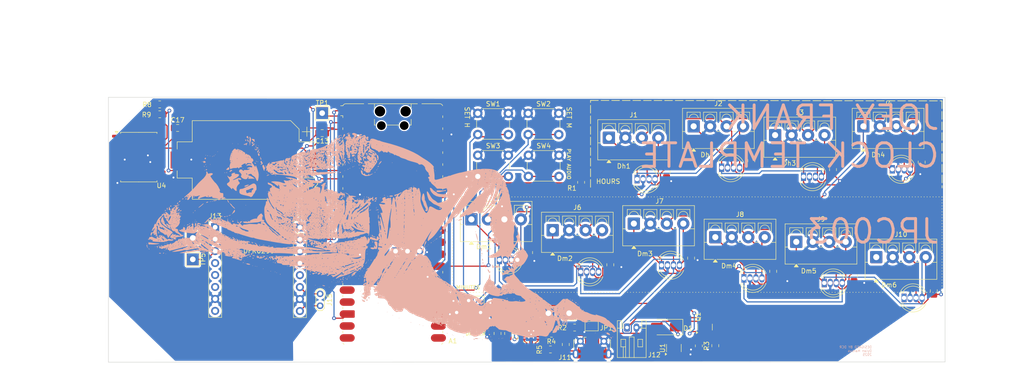
<source format=kicad_pcb>
(kicad_pcb (version 20241229) (generator "pcbnew") (generator_version "9.0")
  (layers (0 "F.Cu" signal) (2 "B.Cu" signal) (13 "F.Paste" user) (15 "B.Paste" user) (5 "F.SilkS" user "F.Silkscreen") (7 "B.SilkS" user "B.Silkscreen") (1 "F.Mask" user) (3 "B.Mask" user) (25 "Edge.Cuts" user))
  (net 0 "")
  (net 10 "/DIMMER")
  (net 13 "GND")
  (net 14 "Net-(A1-VBUS)")
  (net 15 "/MCU_SSRX")
  (net 17 "/SCL")
  (net 18 "/SW2")
  (net 22 "/MCU_SSTX")
  (net 23 "/5v")
  (net 26 "/SW3")
  (net 29 "/SW4")
  (net 30 "/SDA")
  (net 32 "/NeoPixel_D")
  (net 33 "/SW1")
  (net 35 "Net-(D1-A)")
  (net 36 "/Dh1_Out")
  (net 37 "Net-(Q1-D)")
  (net 38 "/Dh1_In")
  (net 39 "/Dh2_Out")
  (net 40 "/Dh3_Out")
  (net 41 "/Dh4_Out")
  (net 42 "/Dm1_Out")
  (net 43 "/Dm2_Out")
  (net 44 "/Dm3_Out")
  (net 45 "/Dm4_Out")
  (net 46 "/Dm5_Out")
  (net 48 "Net-(J12-Pin_1)")
  (net 49 "Net-(BT2-+)")
  (net 50 "Net-(U2-VAUX)")
  (net 52 "Net-(J11-D+)")
  (net 53 "Net-(J11-D-)")
  (net 55 "Net-(J13-Pin_2)")
  (net 57 "Net-(J13-Pin_3)")
  (net 61 "Net-(J14-Pin_8)")
  (net 62 "Net-(J14-Pin_3)")
  (net 63 "Net-(J14-Pin_2)")
  (net 66 "Net-(J14-Pin_6)")
  (net 67 "Net-(U2-L)")
  (net 68 "Net-(U1-PROG)")
  (net 69 "Net-(U2-UVLO)")
  (net 70 "Net-(U4-SCL)")
  (net 71 "Net-(U4-SDA)")
  (footprint "Jumper:SolderJumper-2_P1.3mm_Bridged_Pad1.0x1.5mm" (layer "F.Cu") (at 185.988 127.847 180)
    (property "Reference" "JP1" (at -3.1 -0.4 0) (layer "F.SilkS"))
    (property "Value" "Data_Bridge")
    (fp_poly (pts (xy -0.25 -0.3) (xy 0.25 -0.3) (xy 0.25 0.3) (xy -0.25 0.3)) (fill yes) (layer "F.Cu"))
    (pad "1" smd rect (at -0.65 0 180) (size 1 1.5) (layers "F.Cu" "F.Mask") (net 52 "Net-(J11-D+)"))
    (pad "2" smd rect (at 0.65 0 180) (size 1 1.5) (layers "F.Cu" "F.Mask") (net 53 "Net-(J11-D-)"))
  )
  (footprint "Connector_PinHeader_2.54mm:PinHeader_1x08_P2.54mm_Vertical" (layer "F.Cu") (at 124.0155 106.86)
    (property "Reference" "J14" (at 0 -2.38 0) (layer "F.SilkS"))
    (property "Value" "Conn_01x08_Female")
    (pad "1" thru_hole rect (at 0 0) (size 1.7 1.7) (drill 1) (layers "*.Cu" "*.Mask") (net 23 "/5v"))
    (pad "2" thru_hole circle (at 0 2.54) (size 1.7 1.7) (drill 1) (layers "*.Cu" "*.Mask") (net 63 "Net-(J14-Pin_2)"))
    (pad "3" thru_hole circle (at 0 5.08) (size 1.7 1.7) (drill 1) (layers "*.Cu" "*.Mask") (net 62 "Net-(J14-Pin_3)"))
    (pad "4" thru_hole circle (at 0 7.62) (size 1.7 1.7) (drill 1) (layers "*.Cu" "*.Mask"))
    (pad "5" thru_hole circle (at 0 10.16) (size 1.7 1.7) (drill 1) (layers "*.Cu" "*.Mask"))
    (pad "6" thru_hole circle (at 0 12.7) (size 1.7 1.7) (drill 1) (layers "*.Cu" "*.Mask") (net 66 "Net-(J14-Pin_6)"))
    (pad "7" thru_hole circle (at 0 15.24) (size 1.7 1.7) (drill 1) (layers "*.Cu" "*.Mask") (net 13 "GND"))
    (pad "8" thru_hole circle (at 0 17.78) (size 1.7 1.7) (drill 1) (layers "*.Cu" "*.Mask") (net 61 "Net-(J14-Pin_8)"))
  )
  (footprint "Capacitor_SMD:C_0805_2012Metric" (layer "F.Cu") (at 167.1 126.15 180)
    (property "Reference" "C14" (hide yes))
    (property "Value" "4.7uF" (hide yes))
    (pad "1" smd roundrect (at -0.95 0 180) (size 1 1.45) (layers "F.Cu" "F.Mask" "F.Paste") (net 37 "Net-(Q1-D)"))
    (pad "2" smd roundrect (at 0.95 0 180) (size 1 1.45) (layers "F.Cu" "F.Mask" "F.Paste") (net 13 "GND"))
  )
  (footprint "LED_THT:LED_D5.0mm-4_RGB" (layer "F.Cu") (at 252.345 121.85)
    (property "Reference" "Dm6" (at -3.19 -2.75 0) (layer "F.SilkS"))
    (property "Value" "NeoPixel_THT" (hide yes))
    (pad "1" thru_hole rect (at 0 0) (size 1.07 1.8) (drill 0.9) (layers "*.Cu" "*.Mask"))
    (pad "2" thru_hole oval (at 1.27 0) (size 1.07 1.8) (drill 0.9) (layers "*.Cu" "*.Mask") (net 13 "GND"))
    (pad "3" thru_hole oval (at 2.54 0) (size 1.07 1.8) (drill 0.9) (layers "*.Cu" "*.Mask") (net 23 "/5v"))
    (pad "4" thru_hole oval (at 3.81 0) (size 1.07 1.8) (drill 0.9) (layers "*.Cu" "*.Mask") (net 46 "/Dm5_Out"))
  )
  (footprint "Capacitor_SMD:C_0805_2012Metric" (layer "F.Cu") (at 168.25 129.4 -90)
    (property "Reference" "C15" (at 0 -1.68 90) (layer "F.SilkS"))
    (property "Value" "1uF" (hide yes))
    (pad "1" smd roundrect (at -0.95 0 270) (size 1 1.45) (layers "F.Cu" "F.Mask" "F.Paste") (net 50 "Net-(U2-VAUX)"))
    (pad "2" smd roundrect (at 0.95 0 270) (size 1 1.45) (layers "F.Cu" "F.Mask" "F.Paste") (net 13 "GND"))
  )
  (footprint "Capacitor_SMD:C_0805_2012Metric" (layer "F.Cu") (at 237.25 94.6 -90)
    (property "Reference" "C3" (hide yes))
    (property "Value" "0.1uF" (hide yes))
    (pad "1" smd roundrect (at -0.95 0 270) (size 1 1.45) (layers "F.Cu" "F.Mask" "F.Paste") (net 23 "/5v"))
    (pad "2" smd roundrect (at 0.95 0 270) (size 1 1.45) (layers "F.Cu" "F.Mask" "F.Paste") (net 13 "GND"))
  )
  (footprint "Capacitor_SMD:C_0805_2012Metric" (layer "F.Cu") (at 128.75 86.85 180)
    (property "Reference" "C13" (at 0 -1.68 0) (layer "F.SilkS"))
    (property "Value" "0.1uF" (hide yes))
    (pad "1" smd roundrect (at -0.95 0 180) (size 1 1.45) (layers "F.Cu" "F.Mask" "F.Paste") (net 23 "/5v"))
    (pad "2" smd roundrect (at 0.95 0 180) (size 1 1.45) (layers "F.Cu" "F.Mask" "F.Paste") (net 13 "GND"))
  )
  (footprint "Button_Switch_THT:SW_PUSH_6mm_H5mm" (layer "F.Cu") (at 172.55 91.55)
    (property "Reference" "SW4" (at 3.25 -2 0) (layer "F.SilkS"))
    (property "Value" "SW_Push" (hide yes))
    (pad "1" thru_hole circle (at 0 0 90) (size 2 2) (drill 1.1) (layers "*.Cu" "*.Mask") (net 13 "GND"))
    (pad "1" thru_hole circle (at 6.5 0 90) (size 2 2) (drill 1.1) (layers "*.Cu" "*.Mask") (net 13 "GND"))
    (pad "2" thru_hole circle (at 0 4.5 90) (size 2 2) (drill 1.1) (layers "*.Cu" "*.Mask") (net 29 "/SW4"))
    (pad "2" thru_hole circle (at 6.5 4.5 90) (size 2 2) (drill 1.1) (layers "*.Cu" "*.Mask") (net 29 "/SW4"))
  )
  (footprint "TestPoint:TestPoint_THTPad_2.5x2.5mm_Drill1.2mm" (layer "F.Cu") (at 176.8 125.1)
    (property "Reference" "TP3" (hide yes))
    (property "Value" "D-")
    (pad "1" thru_hole rect (at 0 0) (size 2.5 2.5) (drill 1.2) (layers "*.Cu" "*.Mask") (net 53 "Net-(J11-D-)"))
  )
  (footprint "Capacitor_SMD:C_0805_2012Metric" (layer "F.Cu") (at 212.25 132 -90)
    (property "Reference" "C12" (hide yes))
    (property "Value" "4.7uF" (hide yes))
    (pad "1" smd roundrect (at -0.95 0 270) (size 1 1.45) (layers "F.Cu" "F.Mask" "F.Paste") (net 48 "Net-(J12-Pin_1)"))
    (pad "2" smd roundrect (at 0.95 0 270) (size 1 1.45) (layers "F.Cu" "F.Mask" "F.Paste") (net 13 "GND"))
  )
  (footprint "TerminalBlock_4Ucon:TerminalBlock_4Ucon_1x04_P3.50mm_Vertical" (layer "F.Cu") (at 189.65 87.8175)
    (property "Reference" "J1" (at 5.25 -4.82 0) (layer "F.SilkS"))
    (property "Value" "Dh1")
    (pad "1" thru_hole roundrect (at 0 0) (size 2.6 2.6) (drill 1.3) (layers "*.Cu" "*.Mask") (roundrect_rratio 0.096154) (net 36 "/Dh1_Out"))
    (pad "2" thru_hole circle (at 3.5 0) (size 2.6 2.6) (drill 1.3) (layers "*.Cu" "*.Mask") (net 13 "GND"))
    (pad "3" thru_hole circle (at 7 0) (size 2.6 2.6) (drill 1.3) (layers "*.Cu" "*.Mask") (net 23 "/5v"))
    (pad "4" thru_hole circle (at 10.5 0) (size 2.6 2.6) (drill 1.3) (layers "*.Cu" "*.Mask") (net 38 "/Dh1_In"))
  )
  (footprint "Resistor_SMD:R_0805_2012Metric" (layer "F.Cu") (at 183.75 97.3 -90)
    (property "Reference" "R1" (at 1.25 1.95 180) (layer "F.SilkS"))
    (property "Value" "470")
    (pad "1" smd roundrect (at -0.9125 0 270) (size 1.025 1.4) (layers "F.Cu" "F.Mask" "F.Paste") (roundrect_rratio 0.243902) (net 32 "/NeoPixel_D"))
    (pad "2" smd roundrect (at 0.9125 0 270) (size 1.025 1.4) (layers "F.Cu" "F.Mask" "F.Paste") (roundrect_rratio 0.243902) (net 38 "/Dh1_In"))
  )
  (footprint "Resistor_SMD:R_0805_2012Metric" (layer "F.Cu") (at 128.3155 109.43)
    (property "Reference" "R6" (at 0.0345 3.92 0) (layer "F.SilkS"))
    (property "Value" "1K" (hide yes))
    (pad "1" smd roundrect (at -0.9125 0) (size 1.025 1.4) (layers "F.Cu" "F.Mask" "F.Paste") (roundrect_rratio 0.243902) (net 63 "Net-(J14-Pin_2)"))
    (pad "2" smd roundrect (at 0.9125 0) (size 1.025 1.4) (layers "F.Cu" "F.Mask" "F.Paste") (roundrect_rratio 0.243902) (net 22 "/MCU_SSTX"))
  )
  (footprint "LED_THT:LED_D5.0mm-4_RGB" (layer "F.Cu") (at 195.64 96.6175)
    (property "Reference" "Dh1" (at -2.84 -2.75 0) (layer "F.SilkS"))
    (property "Value" "NeoPixel_THT" (hide yes))
    (pad "1" thru_hole rect (at 0 0) (size 1.07 1.8) (drill 0.9) (layers "*.Cu" "*.Mask") (net 36 "/Dh1_Out"))
    (pad "2" thru_hole oval (at 1.27 0) (size 1.07 1.8) (drill 0.9) (layers "*.Cu" "*.Mask") (net 13 "GND"))
    (pad "3" thru_hole oval (at 2.54 0) (size 1.07 1.8) (drill 0.9) (layers "*.Cu" "*.Mask") (net 23 "/5v"))
    (pad "4" thru_hole oval (at 3.81 0) (size 1.07 1.8) (drill 0.9) (layers "*.Cu" "*.Mask") (net 38 "/Dh1_In"))
  )
  (footprint "TestPoint:TestPoint_THTPad_2.5x2.5mm_Drill1.2mm" (layer "F.Cu") (at 101.2655 113.66 -90)
    (property "Reference" "TP5" (at 0 -2.148 90) (layer "F.SilkS"))
    (property "Value" "USB+")
    (pad "1" thru_hole rect (at 0 0 270) (size 2.5 2.5) (drill 1.2) (layers "*.Cu" "*.Mask") (net 57 "Net-(J13-Pin_3)"))
  )
  (footprint "TestPoint:TestPoint_THTPad_2.5x2.5mm_Drill1.2mm" (layer "F.Cu") (at 128.75 82.6)
    (property "Reference" "TP1" (at 0 -2.148 0) (layer "F.SilkS"))
    (property "Value" "VBUS")
    (pad "1" thru_hole rect (at 0 0) (size 2.5 2.5) (drill 1.2) (layers "*.Cu" "*.Mask") (net 14 "Net-(A1-VBUS)"))
  )
  (footprint "TerminalBlock_4Ucon:TerminalBlock_4Ucon_1x04_P3.50mm_Vertical" (layer "F.Cu") (at 243.7 85.4)
    (property "Reference" "J4" (at 5.25 -4.82 0) (layer "F.SilkS"))
    (property "Value" "Dh4")
    (pad "1" thru_hole roundrect (at 0 0) (size 2.6 2.6) (drill 1.3) (layers "*.Cu" "*.Mask") (roundrect_rratio 0.096154) (net 41 "/Dh4_Out"))
    (pad "2" thru_hole circle (at 3.5 0) (size 2.6 2.6) (drill 1.3) (layers "*.Cu" "*.Mask") (net 13 "GND"))
    (pad "3" thru_hole circle (at 7 0) (size 2.6 2.6) (drill 1.3) (layers "*.Cu" "*.Mask") (net 23 "/5v"))
    (pad "4" thru_hole circle (at 10.5 0) (size 2.6 2.6) (drill 1.3) (layers "*.Cu" "*.Mask") (net 40 "/Dh3_Out"))
  )
  (footprint "Capacitor_SMD:C_0805_2012Metric" (layer "F.Cu") (at 258.655 120.35 -90)
    (property "Reference" "C10" (hide yes))
    (property "Value" "0.1uF" (hide yes))
    (pad "1" smd roundrect (at -0.95 0 270) (size 1 1.45) (layers "F.Cu" "F.Mask" "F.Paste") (net 23 "/5v"))
    (pad "2" smd roundrect (at 0.95 0 270) (size 1 1.45) (layers "F.Cu" "F.Mask" "F.Paste") (net 13 "GND"))
  )
  (footprint "Capacitor_SMD:C_0805_2012Metric" (layer "F.Cu") (at 219.9 92.7 -90)
    (property "Reference" "C2" (hide yes))
    (property "Value" "0.1uF" (hide yes))
    (pad "1" smd roundrect (at -0.95 0 270) (size 1 1.45) (layers "F.Cu" "F.Mask" "F.Paste") (net 23 "/5v"))
    (pad "2" smd roundrect (at 0.95 0 270) (size 1 1.45) (layers "F.Cu" "F.Mask" "F.Paste") (net 13 "GND"))
  )
  (footprint "MountingHole:MountingHole_2.2mm_M2" (layer "F.Cu") (at 258.35 132.7)
    (property "Reference" "DrillHole2" (hide yes))
    (property "Value" "MountingHole_2.2mm_M2")
    (pad "" np_thru_hole circle (at 0 0) (size 2.2 2.2) (drill 2.2) (layers "*.Cu" "*.Mask"))
  )
  (footprint "TerminalBlock_4Ucon:TerminalBlock_4Ucon_1x04_P3.50mm_Vertical" (layer "F.Cu") (at 212.25 108.95)
    (property "Reference" "J8" (at 5.25 -4.82 0) (layer "F.SilkS"))
    (property "Value" "Dm4")
    (pad "1" thru_hole roundrect (at 0 0) (size 2.6 2.6) (drill 1.3) (layers "*.Cu" "*.Mask") (roundrect_rratio 0.096154) (net 45 "/Dm4_Out"))
    (pad "2" thru_hole circle (at 3.5 0) (size 2.6 2.6) (drill 1.3) (layers "*.Cu" "*.Mask") (net 13 "GND"))
    (pad "3" thru_hole circle (at 7 0) (size 2.6 2.6) (drill 1.3) (layers "*.Cu" "*.Mask") (net 23 "/5v"))
    (pad "4" thru_hole circle (at 10.5 0) (size 2.6 2.6) (drill 1.3) (layers "*.Cu" "*.Mask") (net 44 "/Dm3_Out"))
  )
  (footprint "LED_THT:LED_D5.0mm-4_RGB" (layer "F.Cu") (at 200.83 114.9175)
    (property "Reference" "Dm3" (at -3.53 -2.45 0) (layer "F.SilkS"))
    (property "Value" "NeoPixel_THT" (hide yes))
    (pad "1" thru_hole rect (at 0 0) (size 1.07 1.8) (drill 0.9) (layers "*.Cu" "*.Mask") (net 44 "/Dm3_Out"))
    (pad "2" thru_hole oval (at 1.27 0) (size 1.07 1.8) (drill 0.9) (layers "*.Cu" "*.Mask") (net 13 "GND"))
    (pad "3" thru_hole oval (at 2.54 0) (size 1.07 1.8) (drill 0.9) (layers "*.Cu" "*.Mask") (net 23 "/5v"))
    (pad "4" thru_hole oval (at 3.81 0) (size 1.07 1.8) (drill 0.9) (layers "*.Cu" "*.Mask") (net 43 "/Dm2_Out"))
  )
  (footprint "TestPoint:TestPoint_THTPad_2.5x2.5mm_Drill1.2mm" (layer "F.Cu") (at 101.2655 109.11 -90)
    (property "Reference" "TP4" (at 0 -2.148 90) (layer "F.SilkS"))
    (property "Value" "USB-")
    (pad "1" thru_hole rect (at 0 0 270) (size 2.5 2.5) (drill 1.2) (layers "*.Cu" "*.Mask") (net 55 "Net-(J13-Pin_2)"))
  )
  (footprint "Button_Switch_THT:SW_PUSH_6mm_H5mm" (layer "F.Cu") (at 172.5 82.65)
    (property "Reference" "SW2" (at 3.25 -2 0) (layer "F.SilkS"))
    (property "Value" "SW_Push" (hide yes))
    (pad "1" thru_hole circle (at 0 0 90) (size 2 2) (drill 1.1) (layers "*.Cu" "*.Mask") (net 13 "GND"))
    (pad "1" thru_hole circle (at 6.5 0 90) (size 2 2) (drill 1.1) (layers "*.Cu" "*.Mask") (net 13 "GND"))
    (pad "2" thru_hole circle (at 0 4.5 90) (size 2 2) (drill 1.1) (layers "*.Cu" "*.Mask") (net 18 "/SW2"))
    (pad "2" thru_hole circle (at 6.5 4.5 90) (size 2 2) (drill 1.1) (layers "*.Cu" "*.Mask") (net 18 "/SW2"))
  )
  (footprint "_Parts:TRIM_3362P-1-103LF" (layer "F.Cu") (at 159.85 124.95)
    (property "Reference" "VR1" (hide yes))
    (property "Value" "3362P-1-103LF" (hide yes))
    (pad "1" thru_hole rect (at -2.54 0) (size 1.222 1.222) (drill 0.714) (layers "*.Cu" "*.Mask") (net 23 "/5v"))
    (pad "2" thru_hole circle (at 0 -2.54) (size 1.222 1.222) (drill 0.714) (layers "*.Cu" "*.Mask") (net 10 "/DIMMER"))
    (pad "3" thru_hole circle (at 2.54 0) (size 1.222 1.222) (drill 0.714) (layers "*.Cu" "*.Mask") (net 13 "GND"))
  )
  (footprint "Capacitor_SMD:C_0805_2012Metric" (layer "F.Cu") (at 201.9 95.1175 -90)
    (property "Reference" "C1" (hide yes))
    (property "Value" "0.1uF" (hide yes))
    (pad "1" smd roundrect (at -0.95 0 270) (size 1 1.45) (layers "F.Cu" "F.Mask" "F.Paste") (net 23 "/5v"))
    (pad "2" smd roundrect (at 0.95 0 270) (size 1 1.45) (layers "F.Cu" "F.Mask" "F.Paste") (net 13 "GND"))
  )
  (footprint "LED_THT:LED_D5.0mm-4_RGB" (layer "F.Cu") (at 166.39 113.7675)
    (property "Reference" "Dm1" (at -3.29 -2.8 0) (layer "F.SilkS"))
    (property "Value" "NeoPixel_THT" (hide yes))
    (pad "1" thru_hole rect (at 0 0) (size 1.07 1.8) (drill 0.9) (layers "*.Cu" "*.Mask") (net 42 "/Dm1_Out"))
    (pad "2" thru_hole oval (at 1.27 0) (size 1.07 1.8) (drill 0.9) (layers "*.Cu" "*.Mask") (net 13 "GND"))
    (pad "3" thru_hole oval (at 2.54 0) (size 1.07 1.8) (drill 0.9) (layers "*.Cu" "*.Mask") (net 23 "/5v"))
    (pad "4" thru_hole oval (at 3.81 0) (size 1.07 1.8) (drill 0.9) (layers "*.Cu" "*.Mask") (net 41 "/Dh4_Out"))
  )
  (footprint "Module:RaspberryPi_Pico_W_SMD_HandSolder" (layer "F.Cu") (at 143.75 106.225)
    (property "Reference" "A1" (at 11.7475 24.765 0) (layer "F.SilkS") (effects (justify left)))
    (property "Value" "RaspberryPi_Pico_W")
    (pad "" smd rect (at -8.89 -24.13) (size 3.8 2.2) (drill (offset -0.8 0)) (layers "F.Paste"))
    (pad "" smd rect (at -8.89 -21.59) (size 3.8 2.2) (drill (offset -0.8 0)) (layers "F.Paste"))
    (pad "" smd rect (at -8.89 -19.05) (size 3.8 2.2) (drill (offset -0.8 0)) (layers "F.Paste"))
    (pad "" smd rect (at -8.89 -16.51) (size 3.8 2.2) (drill (offset -0.8 0)) (layers "F.Paste"))
    (pad "" smd rect (at -8.89 -13.97) (size 3.8 2.2) (drill (offset -0.8 0)) (layers "F.Paste"))
    (pad "" smd rect (at -8.89 -11.43) (size 3.8 2.2) (drill (offset -0.8 0)) (layers "F.Paste"))
    (pad "" smd rect (at -8.89 -8.89) (size 3.8 2.2) (drill (offset -0.8 0)) (layers "F.Paste"))
    (pad "" smd rect (at -8.89 -6.35) (size 3.8 2.2) (drill (offset -0.8 0)) (layers "F.Paste"))
    (pad "" smd rect (at -8.89 -3.81) (size 3.8 2.2) (drill (offset -0.8 0)) (layers "F.Paste"))
    (pad "" smd rect (at -8.89 -1.27) (size 3.8 2.2) (drill (offset -0.8 0)) (layers "F.Paste"))
    (pad "" smd rect (at -8.89 1.27) (size 3.8 2.2) (drill (offset -0.8 0)) (layers "F.Paste"))
    (pad "" smd rect (at -8.89 3.81) (size 3.8 2.2) (drill (offset -0.8 0)) (layers "F.Paste"))
    (pad "" smd rect (at -8.89 6.35) (size 3.8 2.2) (drill (offset -0.8 0)) (layers "F.Paste"))
    (pad "" smd rect (at -8.89 8.89) (size 3.8 2.2) (drill (offset -0.8 0)) (layers "F.Paste"))
    (pad "" smd rect (at -8.89 11.43) (size 3.8 2.2) (drill (offset -0.8 0)) (layers "F.Paste"))
    (pad "" smd rect (at -8.89 13.97) (size 3.8 2.2) (drill (offset -0.8 0)) (layers "F.Paste"))
    (pad "" smd rect (at -8.89 16.51) (size 3.8 2.2) (drill (offset -0.8 0)) (layers "F.Paste"))
    (pad "" smd rect (at -8.89 19.05) (size 3.8 2.2) (drill (offset -0.8 0)) (layers "F.Paste"))
    (pad "" smd rect (at -8.89 21.59) (size 3.8 2.2) (drill (offset -0.8 0)) (layers "F.Paste"))
    (pad "" smd rect (at -8.89 24.13) (size 3.8 2.2) (drill (offset -0.8 0)) (layers "F.Paste"))
    (pad "" np_thru_hole circle (at -2.725 -24) (size 2.2 2.2) (drill 2.2) (layers "*.Mask"))
    (pad "" np_thru_hole circle (at -2.425 -20.97) (size 1.85 1.85) (drill 1.85) (layers "*.Mask"))
    (pad "" np_thru_hole circle (at 2.425 -20.97) (size 1.85 1.85) (drill 1.85) (layers "*.Mask"))
    (pad "" np_thru_hole circle (at 2.725 -24) (size 2.2 2.2) (drill 2.2) (layers "*.Mask"))
    (pad "" smd rect (at 8.89 -24.13) (size 3.8 2.2) (drill (offset 0.8 0)) (layers "F.Paste"))
    (pad "" smd rect (at 8.89 -21.59) (size 3.8 2.2) (drill (offset 0.8 0)) (layers "F.Paste"))
    (pad "" smd rect (at 8.89 -19.05) (size 3.8 2.2) (drill (offset 0.8 0)) (layers "F.Paste"))
    (pad "" smd rect (at 8.89 -16.51) (size 3.8 2.2) (drill (offset 0.8 0)) (layers "F.Paste"))
    (pad "" smd rect (at 8.89 -13.97) (size 3.8 2.2) (drill (offset 0.8 0)) (layers "F.Paste"))
    (pad "" smd rect (at 8.89 -11.43) (size 3.8 2.2) (drill (offset 0.8 0)) (layers "F.Paste"))
    (pad "" smd rect (at 8.89 -8.89) (size 3.8 2.2) (drill (offset 0.8 0)) (layers "F.Paste"))
    (pad "" smd rect (at 8.89 -6.35) (size 3.8 2.2) (drill (offset 0.8 0)) (layers "F.Paste"))
    (pad "" smd rect (at 8.89 -3.81) (size 3.8 2.2) (drill (offset 0.8 0)) (layers "F.Paste"))
    (pad "" smd rect (at 8.89 -1.27) (size 3.8 2.2) (drill (offset 0.8 0)) (layers "F.Paste"))
    (pad "" smd rect (at 8.89 1.27) (size 3.8 2.2) (drill (offset 0.8 0)) (layers "F.Paste"))
    (pad "" smd rect (at 8.89 3.81) (size 3.8 2.2) (drill (offset 0.8 0)) (layers "F.Paste"))
    (pad "" smd rect (at 8.89 6.35) (size 3.8 2.2) (drill (offset 0.8 0)) (layers "F.Paste"))
    (pad "" smd rect (at 8.89 8.89) (size 3.8 2.2) (drill (offset 0.8 0)) (layers "F.Paste"))
    (pad "" smd rect (at 8.89 11.43) (size 3.8 2.2) (drill (offset 0.8 0)) (layers "F.Paste"))
    (pad "" smd rect (at 8.89 13.97) (size 3.8 2.2) (drill (offset 0.8 0)) (layers "F.Paste"))
    (pad "" smd rect (at 8.89 16.51) (size 3.8 2.2) (drill (offset 0.8 0)) (layers "F.Paste"))
    (pad "" smd rect (at 8.89 19.05) (size 3.8 2.2) (drill (offset 0.8 0)) (layers "F.Paste"))
    (pad "" smd rect (at 8.89 21.59) (size 3.8 2.2) (drill (offset 0.8 0)) (layers "F.Paste"))
    (pad "" smd rect (at 8.89 24.13) (size 3.8 2.2) (drill (offset 0.8 0)) (layers "F.Paste"))
    (pad "1" smd custom (at -9.69 -24.13) (size 1.6 0.8) (layers "F.Cu" "F.Mask") (net 22 "/MCU_SSTX") (options (clearance outline) (anchor rect)) (primitives (gr_circle (center 0.8 0) (end 1.6 0) (width 0) (fill yes)) (gr_poly (pts (xy -1.6 -0.6) (xy -1.6 0.6) (xy -1.4 0.8) (xy 0.8 0.8) (xy 0.8 -0.8) (xy -1.4 -0.8)) (width 0) (fill yes)) (gr_circle (center -1.4 -0.6) (end -1.2 -0.6) (width 0) (fill yes)) (gr_circle (center -1.4 0.6) (end -1.2 0.6) (width 0) (fill yes))))
    (pad "2" smd roundrect (at -9.69 -21.59) (size 3.2 1.6) (layers "F.Cu" "F.Mask") (roundrect_rratio 0.5) (net 15 "/MCU_SSRX"))
    (pad "3" smd custom (at -9.69 -19.05) (size 1.6 0.8) (layers "F.Cu" "F.Mask") (net 13 "GND") (options (clearance outline) (anchor rect)) (primitives (gr_circle (center -0.8 0) (end 0 0) (width 0) (fill yes)) (gr_poly (pts (xy 1.6 -0.6) (xy 1.6 0.6) (xy 1.4 0.8) (xy -0.8 0.8) (xy -0.8 -0.8) (xy 1.4 -0.8)) (width 0) (fill yes)) (gr_circle (center 1.4 -0.6) (end 1.6 -0.6) (width 0) (fill yes)) (gr_circle (center 1.4 0.6) (end 1.6 0.6) (width 0) (fill yes))))
    (pad "4" smd roundrect (at -9.69 -16.51) (size 3.2 1.6) (layers "F.Cu" "F.Mask") (roundrect_rratio 0.5) (net 32 "/NeoPixel_D"))
    (pad "5" smd roundrect (at -9.69 -13.97) (size 3.2 1.6) (layers "F.Cu" "F.Mask") (roundrect_rratio 0.5) (net 10 "/DIMMER"))
    (pad "6" smd roundrect (at -9.69 -11.43) (size 3.2 1.6) (layers "F.Cu" "F.Mask") (roundrect_rratio 0.5) (net 30 "/SDA"))
    (pad "7" smd roundrect (at -9.69 -8.89) (size 3.2 1.6) (layers "F.Cu" "F.Mask") (roundrect_rratio 0.5) (net 17 "/SCL"))
    (pad "8" smd custom (at -9.69 -6.35) (size 1.6 0.8) (layers "F.Cu" "F.Mask") (net 13 "GND") (options (clearance outline) (anchor rect)) (primitives (gr_circle (center -0.8 0) (end 0 0) (width 0) (fill yes)) (gr_poly (pts (xy 1.6 -0.6) (xy 1.6 0.6) (xy 1.4 0.8) (xy -0.8 0.8) (xy -0.8 -0.8) (xy 1.4 -0.8)) (width 0) (fill yes)) (gr_circle (center 1.4 -0.6) (end 1.6 -0.6) (width 0) (fill yes)) (gr_circle (center 1.4 0.6) (end 1.6 0.6) (width 0) (fill yes))))
    (pad "9" smd roundrect (at -9.69 -3.81) (size 3.2 1.6) (layers "F.Cu" "F.Mask") (roundrect_rratio 0.5))
    (pad "10" smd roundrect (at -9.69 -1.27) (size 3.2 1.6) (layers "F.Cu" "F.Mask") (roundrect_rratio 0.5))
    (pad "11" smd roundrect (at -9.69 1.27) (size 3.2 1.6) (layers "F.Cu" "F.Mask") (roundrect_rratio 0.5))
    (pad "12" smd roundrect (at -9.69 3.81) (size 3.2 1.6) (layers "F.Cu" "F.Mask") (roundrect_rratio 0.5))
    (pad "13" smd custom (at -9.69 6.35) (size 1.6 0.8) (layers "F.Cu" "F.Mask") (net 13 "GND") (options (clearance outline) (anchor rect)) (primitives (gr_circle (center -0.8 0) (end 0 0) (width 0) (fill yes)) (gr_poly (pts (xy 1.6 -0.6) (xy 1.6 0.6) (xy 1.4 0.8) (xy -0.8 0.8) (xy -0.8 -0.8) (xy 1.4 -0.8)) (width 0) (fill yes)) (gr_circle (center 1.4 -0.6) (end 1.6 -0.6) (width 0) (fill yes)) (gr_circle (center 1.4 0.6) (end 1.6 0.6) (width 0) (fill yes))))
    (pad "14" smd roundrect (at -9.69 8.89) (size 3.2 1.6) (layers "F.Cu" "F.Mask") (roundrect_rratio 0.5))
    (pad "15" smd roundrect (at -9.69 11.43) (size 3.2 1.6) (layers "F.Cu" "F.Mask") (roundrect_rratio 0.5))
    (pad "16" smd roundrect (at -9.69 13.97) (size 3.2 1.6) (layers "F.Cu" "F.Mask") (roundrect_rratio 0.5))
    (pad "17" smd roundrect (at -9.69 16.51) (size 3.2 1.6) (layers "F.Cu" "F.Mask") (roundrect_rratio 0.5))
    (pad "18" smd custom (at -9.69 19.05) (size 1.6 0.8) (layers "F.Cu" "F.Mask") (net 13 "GND") (options (clearance outline) (anchor rect)) (primitives (gr_circle (center -0.8 0) (end 0 0) (width 0) (fill yes)) (gr_poly (pts (xy 1.6 -0.6) (xy 1.6 0.6) (xy 1.4 0.8) (xy -0.8 0.8) (xy -0.8 -0.8) (xy 1.4 -0.8)) (width 0) (fill yes)) (gr_circle (center 1.4 -0.6) (end 1.6 -0.6) (width 0) (fill yes)) (gr_circle (center 1.4 0.6) (end 1.6 0.6) (width 0) (fill yes))))
    (pad "19" smd roundrect (at -9.69 21.59) (size 3.2 1.6) (layers "F.Cu" "F.Mask") (roundrect_rratio 0.5))
    (pad "20" smd roundrect (at -9.69 24.13) (size 3.2 1.6) (layers "F.Cu" "F.Mask") (roundrect_rratio 0.5))
    (pad "21" smd roundrect (at 9.69 24.13) (size 3.2 1.6) (layers "F.Cu" "F.Mask") (roundrect_rratio 0.5))
    (pad "22" smd roundrect (at 9.69 21.59) (size 3.2 1.6) (layers "F.Cu" "F.Mask") (roundrect_rratio 0.5))
    (pad "23" smd custom (at 9.69 19.05) (size 1.6 0.8) (layers "F.Cu" "F.Mask") (net 13 "GND") (options (clearance outline) (anchor rect)) (primitives (gr_circle (center 0.8 0) (end 1.6 0) (width 0) (fill yes)) (gr_poly (pts (xy -1.6 -0.6) (xy -1.6 0.6) (xy -1.4 0.8) (xy 0.8 0.8) (xy 0.8 -0.8) (xy -1.4 -0.8)) (width 0) (fill yes)) (gr_circle (center -1.4 -0.6) (end -1.2 -0.6) (width 0) (fill yes)) (gr_circle (center -1.4 0.6) (end -1.2 0.6) (width 0) (fill yes))))
    (pad "24" smd roundrect (at 9.69 16.51) (size 3.2 1.6) (layers "F.Cu" "F.Mask") (roundrect_rratio 0.5) (net 33 "/SW1"))
    (pad "25" smd roundrect (at 9.69 13.97) (size 3.2 1.6) (layers "F.Cu" "F.Mask") (roundrect_rratio 0.5) (net 18 "/SW2"))
    (pad "26" smd roundrect (at 9.69 11.43) (size 3.2 1.6) (layers "F.Cu" "F.Mask") (roundrect_rratio 0.5) (net 26 "/SW3"))
    (pad "27" smd roundrect (at 9.69 8.89) (size 3.2 1.6) (layers "F.Cu" "F.Mask") (roundrect_rratio 0.5) (net 29 "/SW4"))
    (pad "28" smd custom (at 9.69 6.35) (size 1.6 0.8) (layers "F.Cu" "F.Mask") (net 13 "GND") (options (clearance outline) (anchor rect)) (primitives (gr_circle (center 0.8 0) (end 1.6 0) (width 0) (fill yes)) (gr_poly (pts (xy -1.6 -0.6) (xy -1.6 0.6) (xy -1.4 0.8) (xy 0.8 0.8) (xy 0.8 -0.8) (xy -1.4 -0.8)) (width 0) (fill yes)) (gr_circle (center -1.4 -0.6) (end -1.2 -0.6) (width 0) (fill yes)) (gr_circle (center -1.4 0.6) (end -1.2 0.6) (width 0) (fill yes))))
    (pad "29" smd roundrect (at 9.69 3.81) (size 3.2 1.6) (layers "F.Cu" "F.Mask") (roundrect_rratio 0.5))
    (pad "30" smd roundrect (at 9.69 1.27) (size 3.2 1.6) (layers "F.Cu" "F.Mask") (roundrect_rratio 0.5))
    (pad "31" smd roundrect (at 9.69 -1.27) (size 3.2 1.6) (layers "F.Cu" "F.Mask") (roundrect_rratio 0.5))
    (pad "32" smd roundrect (at 9.69 -3.81) (size 3.2 1.6) (layers "F.Cu" "F.Mask") (roundrect_rratio 0.5))
    (pad "33" smd custom (at 9.69 -6.35) (size 1.6 0.8) (layers "F.Cu" "F.Mask") (options (clearance outline) (anchor rect)) (primitives (gr_circle (center 0.8 0) (end 1.6 0) (width 0) (fill yes)) (gr_poly (pts (xy -1.6 -0.6) (xy -1.6 0.6) (xy -1.4 0.8) (xy 0.8 0.8) (xy 0.8 -0.8) (xy -1.4 -0.8)) (width 0) (fill yes)) (gr_circle (center -1.4 -0.6) (end -1.2 -0.6) (width 0) (fill yes)) (gr_circle (center -1.4 0.6) (end -1.2 0.6) (width 0) (fill yes))))
    (pad "34" smd roundrect (at 9.69 -8.89) (size 3.2 1.6) (layers "F.Cu" "F.Mask") (roundrect_rratio 0.5))
    (pad "35" smd roundrect (at 9.69 -11.43) (size 3.2 1.6) (layers "F.Cu" "F.Mask") (roundrect_rratio 0.5))
    (pad "36" smd roundrect (at 9.69 -13.97) (size 3.2 1.6) (layers "F.Cu" "F.Mask") (roundrect_rratio 0.5))
    (pad "37" smd roundrect (at 9.69 -16.51) (size 3.2 1.6) (layers "F.Cu" "F.Mask") (roundrect_rratio 0.5))
    (pad "38" smd custom (at 9.69 -19.05) (size 1.6 0.8) (layers "F.Cu" "F.Mask") (net 13 "GND") (options (clearance outline) (anchor rect)) (primitives (gr_circle (center 0.8 0) (end 1.6 0) (width 0) (fill yes)) (gr_poly (pts (xy -1.6 -0.6) (xy -1.6 0.6) (xy -1.4 0.8) (xy 0.8 0.8) (xy 0.8 -0.8) (xy -1.4 -0.8)) (width 0) (fill yes)) (gr_circle (center -1.4 -0.6) (end -1.2 -0.6) (width 0) (fill yes)) (gr_circle (center -1.4 0.6) (end -1.2 0.6) (width 0) (fill yes))))
    (pad "39" smd roundrect (at 9.69 -21.59) (size 3.2 1.6) (layers "F.Cu" "F.Mask") (roundrect_rratio 0.5) (net 23 "/5v"))
    (pad "40" smd roundrect (at 9.69 -24.13) (size 3.2 1.6) (layers "F.Cu" "F.Mask") (roundrect_rratio 0.5) (net 14 "Net-(A1-VBUS)"))
    (pad "D1" thru_hole roundrect (at 0.5841 5.7) (size 1.6 1.6) (drill 1) (layers "*.Cu" "*.Mask") (roundrect_rratio 0.125))
    (pad "D2" thru_hole circle (at 3.1241 5.7) (size 1.6 1.6) (drill 1) (layers "*.Cu" "*.Mask"))
    (pad "D3" thru_hole circle (at 5.6641 5.7) (size 1.6 1.6) (drill 1) (layers "*.Cu" "*.Mask"))
    (zone (net 0) (net_name "") (layers "F.Cu" "B.Cu" "F.Paste" "B.Paste") (name "RF Copper Keep Out") (connect_pads (clearance 0)) (min_thickness 0.254)
      (keepout (tracks not_allowed) (vias not_allowed) (pads not_allowed) (copperpour not_allowed) (footprints not_allowed))
      (fill (thermal_gap 0.508) (thermal_bridge_width 0.508))
      (polygon (pts (xy 122.75 131.225) (xy 164.75 131.225) (xy 164.75 141.225) (xy 122.75 141.225)))
    )
    (zone (net 0) (net_name "") (layers "F.Cu" "B.Cu" "F.Paste" "B.Paste") (name "Antenna Copper Keep Out") (connect_pads (clearance 0)) (min_thickness 0.254)
      (keepout (tracks not_allowed) (vias not_allowed) (pads not_allowed) (copperpour not_allowed) (footprints not_allowed))
      (fill (thermal_gap 0.508) (thermal_bridge_width 0.508))
      (polygon (pts (xy 141.35 131.214895) (xy 136.65 127.564895) (xy 136.65 123.225) (xy 150.85 123.225) (xy 150.85 127.564895) (xy 146.15 131.214895) (xy 146.15 131.225) (xy 141.35 131.225)))
    )
  )
  (footprint "MountingHole:MountingHole_4.3mm_M4" (layer "F.Cu") (at 88.2 130.7)
    (property "Reference" "DrillHole3" (hide yes))
    (property "Value" "MountingHole_4.3mm_M4")
    (pad "" np_thru_hole circle (at 0 0) (size 4.3 4.3) (drill 4.3) (layers "*.Cu" "*.Mask"))
  )
  (footprint "Connector_JST:JST_PH_S2B-PH-K_1x02_P2.00mm_Horizontal" (layer "F.Cu") (at 193.5 128.15)
    (property "Reference" "J12" (at 5.8 5.8 0) (layer "F.SilkS"))
    (property "Value" "Conn_01x02" (hide yes))
    (pad "1" thru_hole roundrect (at 0 0) (size 1.2 1.75) (drill 0.75) (layers "*.Cu" "*.Mask") (roundrect_rratio 0.208333) (net 48 "Net-(J12-Pin_1)"))
    (pad "2" thru_hole oval (at 2 0) (size 1.2 1.75) (drill 0.75) (layers "*.Cu" "*.Mask") (net 13 "GND"))
  )
  (footprint "Battery:BatteryHolder_Keystone_1060_1x2032" (layer "F.Cu") (at 112.5 92.55 180)
    (property "Reference" "BT2" (at -14.125 -5.3 0) (layer "F.SilkS"))
    (property "Value" "Battery_Cell")
    (pad "1" smd rect (at -14.65 0) (size 2.6 3.6) (layers "F.Cu" "F.Mask" "F.Paste") (net 49 "Net-(BT2-+)"))
    (pad "2" smd rect (at 14.65 0) (size 2.6 3.6) (layers "F.Cu" "F.Mask" "F.Paste") (net 13 "GND"))
  )
  (footprint "Button_Switch_THT:SW_PUSH_6mm_H5mm" (layer "F.Cu") (at 161.8 91.55)
    (property "Reference" "SW3" (at 3.25 -2 0) (layer "F.SilkS"))
    (property "Value" "SW_Push" (hide yes))
    (pad "1" thru_hole circle (at 0 0 90) (size 2 2) (drill 1.1) (layers "*.Cu" "*.Mask") (net 13 "GND"))
    (pad "1" thru_hole circle (at 6.5 0 90) (size 2 2) (drill 1.1) (layers "*.Cu" "*.Mask") (net 13 "GND"))
    (pad "2" thru_hole circle (at 0 4.5 90) (size 2 2) (drill 1.1) (layers "*.Cu" "*.Mask") (net 26 "/SW3"))
    (pad "2" thru_hole circle (at 6.5 4.5 90) (size 2 2) (drill 1.1) (layers "*.Cu" "*.Mask") (net 26 "/SW3"))
  )
  (footprint "LED_THT:LED_D5.0mm-4_RGB" (layer "F.Cu") (at 230.99 96.1)
    (property "Reference" "Dh3" (at -3.04 -2.85 0) (layer "F.SilkS"))
    (property "Value" "NeoPixel_THT" (hide yes))
    (pad "1" thru_hole rect (at 0 0) (size 1.07 1.8) (drill 0.9) (layers "*.Cu" "*.Mask") (net 40 "/Dh3_Out"))
    (pad "2" thru_hole oval (at 1.27 0) (size 1.07 1.8) (drill 0.9) (layers "*.Cu" "*.Mask") (net 13 "GND"))
    (pad "3" thru_hole oval (at 2.54 0) (size 1.07 1.8) (drill 0.9) (layers "*.Cu" "*.Mask") (net 23 "/5v"))
    (pad "4" thru_hole oval (at 3.81 0) (size 1.07 1.8) (drill 0.9) (layers "*.Cu" "*.Mask") (net 39 "/Dh2_Out"))
  )
  (footprint "Capacitor_SMD:C_0805_2012Metric" (layer "F.Cu") (at 166 129.4 -90)
    (property "Reference" "C16" (hide yes))
    (property "Value" "22uF")
    (pad "1" smd roundrect (at -0.95 0 270) (size 1 1.45) (layers "F.Cu" "F.Mask" "F.Paste") (net 23 "/5v"))
    (pad "2" smd roundrect (at 0.95 0 270) (size 1 1.45) (layers "F.Cu" "F.Mask" "F.Paste") (net 13 "GND"))
  )
  (footprint "Capacitor_SMD:C_0805_2012Metric" (layer "F.Cu") (at 241.7 117.1825 -90)
    (property "Reference" "C9" (hide yes))
    (property "Value" "0.1uF" (hide yes))
    (pad "1" smd roundrect (at -0.95 0 270) (size 1 1.45) (layers "F.Cu" "F.Mask" "F.Paste") (net 23 "/5v"))
    (pad "2" smd roundrect (at 0.95 0 270) (size 1 1.45) (layers "F.Cu" "F.Mask" "F.Paste") (net 13 "GND"))
  )
  (footprint "LED_THT:LED_D5.0mm-4_RGB" (layer "F.Cu") (at 218.34 117.7)
    (property "Reference" "Dm4" (at -3.19 -2.65 0) (layer "F.SilkS"))
    (property "Value" "NeoPixel_THT" (hide yes))
    (pad "1" thru_hole rect (at 0 0) (size 1.07 1.8) (drill 0.9) (layers "*.Cu" "*.Mask") (net 45 "/Dm4_Out"))
    (pad "2" thru_hole oval (at 1.27 0) (size 1.07 1.8) (drill 0.9) (layers "*.Cu" "*.Mask") (net 13 "GND"))
    (pad "3" thru_hole oval (at 2.54 0) (size 1.07 1.8) (drill 0.9) (layers "*.Cu" "*.Mask") (net 23 "/5v"))
    (pad "4" thru_hole oval (at 3.81 0) (size 1.07 1.8) (drill 0.9) (layers "*.Cu" "*.Mask") (net 44 "/Dm3_Out"))
  )
  (footprint "Package_TO_SOT_SMD:SOT-23" (layer "F.Cu") (at 210.05 128.05 90)
    (property "Reference" "Q1" (at 2.187 -1.447 90) (layer "F.SilkS"))
    (property "Value" "Q_PMOS_DSG" (hide yes))
    (pad "1" smd roundrect (at -0.9375 -0.95 90) (size 1.475 0.6) (layers "F.Cu" "F.Mask" "F.Paste") (net 37 "Net-(Q1-D)"))
    (pad "2" smd roundrect (at -0.9375 0.95 90) (size 1.475 0.6) (layers "F.Cu" "F.Mask" "F.Paste") (net 48 "Net-(J12-Pin_1)"))
    (pad "3" smd roundrect (at 0.9375 0 90) (size 1.475 0.6) (layers "F.Cu" "F.Mask" "F.Paste") (net 35 "Net-(D1-A)"))
  )
  (footprint "Resistor_SMD:R_0805_2012Metric" (layer "F.Cu") (at 128.3155 111.73)
    (property "Reference" "R7" (at 0 -3.88 0) (layer "F.SilkS"))
    (property "Value" "1K" (hide yes))
    (pad "1" smd roundrect (at -0.9125 0) (size 1.025 1.4) (layers "F.Cu" "F.Mask" "F.Paste") (roundrect_rratio 0.243902) (net 62 "Net-(J14-Pin_3)"))
    (pad "2" smd roundrect (at 0.9125 0) (size 1.025 1.4) (layers "F.Cu" "F.Mask" "F.Paste") (roundrect_rratio 0.243902) (net 15 "/MCU_SSRX"))
  )
  (footprint "Resistor_SMD:R_0805_2012Metric" (layer "F.Cu") (at 177.438 129.4495 180)
    (property "Reference" "R4" (at 0 -1.65 0) (layer "F.SilkS"))
    (property "Value" "2M")
    (pad "1" smd roundrect (at -0.9125 0 180) (size 1.025 1.4) (layers "F.Cu" "F.Mask" "F.Paste") (roundrect_rratio 0.243902) (net 37 "Net-(Q1-D)"))
    (pad "2" smd roundrect (at 0.9125 0 180) (size 1.025 1.4) (layers "F.Cu" "F.Mask" "F.Paste") (roundrect_rratio 0.243902) (net 69 "Net-(U2-UVLO)"))
  )
  (footprint "MountingHole:MountingHole_2.2mm_M2" (layer "F.Cu") (at 87 82.65)
    (property "Reference" "DrillHole1" (hide yes))
    (property "Value" "MountingHole_2.2mm_M2")
    (pad "" np_thru_hole circle (at 0 0) (size 2.2 2.2) (drill 2.2) (layers "*.Cu" "*.Mask"))
  )
  (footprint "Capacitor_SMD:C_0805_2012Metric" (layer "F.Cu") (at 256.08 93.02 -90)
    (property "Reference" "C4" (hide yes))
    (property "Value" "0.1uF" (hide yes))
    (pad "1" smd roundrect (at -0.95 0 270) (size 1 1.45) (layers "F.Cu" "F.Mask" "F.Paste") (net 23 "/5v"))
    (pad "2" smd roundrect (at 0.95 0 270) (size 1 1.45) (layers "F.Cu" "F.Mask" "F.Paste") (net 13 "GND"))
  )
  (footprint "Inductor_SMD:L_0603_1608Metric" (layer "F.Cu") (at 166.9 123.85 180)
    (property "Reference" "L1" (at -2.6 -0.05 0) (layer "F.SilkS"))
    (property "Value" "2.2uH" (hide yes))
    (pad "1" smd roundrect (at -0.7875 0 180) (size 0.875 0.95) (layers "F.Cu" "F.Mask" "F.Paste") (net 37 "Net-(Q1-D)"))
    (pad "2" smd roundrect (at 0.7875 0 180) (size 0.875 0.95) (layers "F.Cu" "F.Mask" "F.Paste") (net 67 "Net-(U2-L)"))
  )
  (footprint "Resistor_SMD:R_0805_2012Metric" (layer "F.Cu") (at 208.75 132.0375 -90)
    (property "Reference" "R3" (at 0 -1.65 90) (layer "F.SilkS"))
    (property "Value" "2K")
    (pad "1" smd roundrect (at -0.9125 0 270) (size 1.025 1.4) (layers "F.Cu" "F.Mask" "F.Paste") (roundrect_rratio 0.243902) (net 68 "Net-(U1-PROG)"))
    (pad "2" smd roundrect (at 0.9125 0 270) (size 1.025 1.4) (layers "F.Cu" "F.Mask" "F.Paste") (roundrect_rratio 0.243902) (net 13 "GND"))
  )
  (footprint "TerminalBlock_4Ucon:TerminalBlock_4Ucon_1x04_P3.50mm_Vertical" (layer "F.Cu") (at 194.95 106.0675)
    (property "Reference" "J7" (at 5.45 -4.75 0) (layer "F.SilkS"))
    (property "Value" "Dm3")
    (pad "1" thru_hole roundrect (at 0 0) (size 2.6 2.6) (drill 1.3) (layers "*.Cu" "*.Mask") (roundrect_rratio 0.096154) (net 44 "/Dm3_Out"))
    (pad "2" thru_hole circle (at 3.5 0) (size 2.6 2.6) (drill 1.3) (layers "*.Cu" "*.Mask") (net 13 "GND"))
    (pad "3" thru_hole circle (at 7 0) (size 2.6 2.6) (drill 1.3) (layers "*.Cu" "*.Mask") (net 23 "/5v"))
    (pad "4" thru_hole circle (at 10.5 0) (size 2.6 2.6) (drill 1.3) (layers "*.Cu" "*.Mask") (net 43 "/Dm2_Out"))
  )
  (footprint "Connector_PinHeader_2.54mm:PinHeader_1x08_P2.54mm_Vertical" (layer "F.Cu") (at 106.0155 106.83)
    (property "Reference" "J13" (at 0 -2.38 0) (layer "F.SilkS"))
    (property "Value" "Conn_01x08_Female")
    (pad "1" thru_hole rect (at 0 0) (size 1.7 1.7) (drill 1) (layers "*.Cu" "*.Mask"))
    (pad "2" thru_hole circle (at 0 2.54) (size 1.7 1.7) (drill 1) (layers "*.Cu" "*.Mask") (net 55 "Net-(J13-Pin_2)"))
    (pad "3" thru_hole circle (at 0 5.08) (size 1.7 1.7) (drill 1) (layers "*.Cu" "*.Mask") (net 57 "Net-(J13-Pin_3)"))
    (pad "4" thru_hole circle (at 0 7.62) (size 1.7 1.7) (drill 1) (layers "*.Cu" "*.Mask"))
    (pad "5" thru_hole circle (at 0 10.16) (size 1.7 1.7) (drill 1) (layers "*.Cu" "*.Mask"))
    (pad "6" thru_hole circle (at 0 12.7) (size 1.7 1.7) (drill 1) (layers "*.Cu" "*.Mask"))
    (pad "7" thru_hole circle (at 0 15.24) (size 1.7 1.7) (drill 1) (layers "*.Cu" "*.Mask") (net 13 "GND"))
    (pad "8" thru_hole circle (at 0 17.78) (size 1.7 1.7) (drill 1) (layers "*.Cu" "*.Mask"))
  )
  (footprint "Resistor_SMD:R_0805_2012Metric" (layer "F.Cu") (at 182.3755 128.1495)
    (property "Reference" "R2" (at -2.65 0.05 0) (layer "F.SilkS"))
    (property "Value" "10K" (hide yes))
    (pad "1" smd roundrect (at -0.9125 0) (size 1.025 1.4) (layers "F.Cu" "F.Mask" "F.Paste") (roundrect_rratio 0.243902) (net 35 "Net-(D1-A)"))
    (pad "2" smd roundrect (at 0.9125 0) (size 1.025 1.4) (layers "F.Cu" "F.Mask" "F.Paste") (roundrect_rratio 0.243902) (net 13 "GND"))
  )
  (footprint "Button_Switch_THT:SW_PUSH_6mm_H5mm" (layer "F.Cu") (at 161.8 82.65)
    (property "Reference" "SW1" (at 3.25 -2 0) (layer "F.SilkS"))
    (property "Value" "SW_Push" (hide yes))
    (pad "1" thru_hole circle (at 0 0 90) (size 2 2) (drill 1.1) (layers "*.Cu" "*.Mask") (net 13 "GND"))
    (pad "1" thru_hole circle (at 6.5 0 90) (size 2 2) (drill 1.1) (layers "*.Cu" "*.Mask") (net 13 "GND"))
    (pad "2" thru_hole circle (at 0 4.5 90) (size 2 2) (drill 1.1) (layers "*.Cu" "*.Mask") (net 33 "/SW1"))
    (pad "2" thru_hole circle (at 6.5 4.5 90) (size 2 2) (drill 1.1) (layers "*.Cu" "*.Mask") (net 33 "/SW1"))
  )
  (footprint "Capacitor_SMD:C_0805_2012Metric" (layer "F.Cu") (at 180.488 131.7495 -90)
    (property "Reference" "C11" (hide yes))
    (property "Value" "4.7uF" (hide yes))
    (pad "1" smd roundrect (at -0.95 0 270) (size 1 1.45) (layers "F.Cu" "F.Mask" "F.Paste") (net 35 "Net-(D1-A)"))
    (pad "2" smd roundrect (at 0.95 0 270) (size 1 1.45) (layers "F.Cu" "F.Mask" "F.Paste") (net 13 "GND"))
  )
  (footprint "TerminalBlock_4Ucon:TerminalBlock_4Ucon_1x04_P3.50mm_Vertical" (layer "F.Cu") (at 224.95 87.2675)
    (property "Reference" "J3" (at 5.25 -4.82 0) (layer "F.SilkS"))
    (property "Value" "Dh3")
    (pad "1" thru_hole roundrect (at 0 0) (size 2.6 2.6) (drill 1.3) (layers "*.Cu" "*.Mask") (roundrect_rratio 0.096154) (net 40 "/Dh3_Out"))
    (pad "2" thru_hole circle (at 3.5 0) (size 2.6 2.6) (drill 1.3) (layers "*.Cu" "*.Mask") (net 13 "GND"))
    (pad "3" thru_hole circle (at 7 0) (size 2.6 2.6) (drill 1.3) (layers "*.Cu" "*.Mask") (net 23 "/5v"))
    (pad "4" thru_hole circle (at 10.5 0) (size 2.6 2.6) (drill 1.3) (layers "*.Cu" "*.Mask") (net 39 "/Dh2_Out"))
  )
  (footprint "TerminalBlock_4Ucon:TerminalBlock_4Ucon_1x04_P3.50mm_Vertical" (layer "F.Cu") (at 229.45 109.95)
    (property "Reference" "J9" (at 5.25 -4.82 0) (layer "F.SilkS"))
    (property "Value" "Dm5")
    (pad "1" thru_hole roundrect (at 0 0) (size 2.6 2.6) (drill 1.3) (layers "*.Cu" "*.Mask") (roundrect_rratio 0.096154) (net 46 "/Dm5_Out"))
    (pad "2" thru_hole circle (at 3.5 0) (size 2.6 2.6) (drill 1.3) (layers "*.Cu" "*.Mask") (net 13 "GND"))
    (pad "3" thru_hole circle (at 7 0) (size 2.6 2.6) (drill 1.3) (layers "*.Cu" "*.Mask") (net 23 "/5v"))
    (pad "4" thru_hole circle (at 10.5 0) (size 2.6 2.6) (drill 1.3) (layers "*.Cu" "*.Mask") (net 45 "/Dm4_Out"))
  )
  (footprint "TestPoint:TestPoint_THTPad_2.5x2.5mm_Drill1.2mm" (layer "F.Cu") (at 181.2 125.1)
    (property "Reference" "TP2" (hide yes))
    (property "Value" "D+")
    (pad "1" thru_hole rect (at 0 0) (size 2.5 2.5) (drill 1.2) (layers "*.Cu" "*.Mask") (net 52 "Net-(J11-D+)"))
  )
  (footprint "TerminalBlock_4Ucon:TerminalBlock_4Ucon_1x04_P3.50mm_Vertical" (layer "F.Cu") (at 246.435 113.1875)
    (property "Reference" "J10" (at 5.25 -4.82 0) (layer "F.SilkS"))
    (property "Value" "Dm6")
    (pad "1" thru_hole roundrect (at 0 0) (size 2.6 2.6) (drill 1.3) (layers "*.Cu" "*.Mask") (roundrect_rratio 0.096154))
    (pad "2" thru_hole circle (at 3.5 0) (size 2.6 2.6) (drill 1.3) (layers "*.Cu" "*.Mask") (net 13 "GND"))
    (pad "3" thru_hole circle (at 7 0) (size 2.6 2.6) (drill 1.3) (layers "*.Cu" "*.Mask") (net 23 "/5v"))
    (pad "4" thru_hole circle (at 10.5 0) (size 2.6 2.6) (drill 1.3) (layers "*.Cu" "*.Mask") (net 46 "/Dm5_Out"))
  )
  (footprint "Package_SON:Texas_S-PVSON-N10_ThermalVias" (layer "F.Cu") (at 173.138 129.5995)
    (property "Reference" "U2" (at 0 -2.8 0) (layer "F.SilkS"))
    (property "Value" "TPS61200DRC")
    (pad "1" smd rect (at -1.76 -1) (size 0.28 0.28) (layers "F.Cu" "F.Mask" "F.Paste") (net 50 "Net-(U2-VAUX)"))
    (pad "1" smd oval (at -1.475 -1) (size 0.85 0.28) (layers "F.Cu" "F.Mask" "F.Paste") (net 50 "Net-(U2-VAUX)"))
    (pad "2" smd rect (at -1.76 -0.5) (size 0.28 0.28) (layers "F.Cu" "F.Mask" "F.Paste") (net 23 "/5v"))
    (pad "2" smd oval (at -1.475 -0.5) (size 0.85 0.28) (layers "F.Cu" "F.Mask" "F.Paste") (net 23 "/5v"))
    (pad "3" smd rect (at -1.76 0) (size 0.28 0.28) (layers "F.Cu" "F.Mask" "F.Paste") (net 67 "Net-(U2-L)"))
    (pad "3" smd oval (at -1.475 0) (size 0.85 0.28) (layers "F.Cu" "F.Mask" "F.Paste") (net 67 "Net-(U2-L)"))
    (pad "4" smd rect (at -1.76 0.5) (size 0.28 0.28) (layers "F.Cu" "F.Mask" "F.Paste") (net 13 "GND"))
    (pad "4" smd oval (at -1.475 0.5) (size 0.85 0.28) (layers "F.Cu" "F.Mask" "F.Paste") (net 13 "GND"))
    (pad "5" smd rect (at -1.76 1) (size 0.28 0.28) (layers "F.Cu" "F.Mask" "F.Paste") (net 37 "Net-(Q1-D)"))
    (pad "5" smd oval (at -1.475 1) (size 0.85 0.28) (layers "F.Cu" "F.Mask" "F.Paste") (net 37 "Net-(Q1-D)"))
    (pad "6" smd oval (at 1.475 1) (size 0.85 0.28) (layers "F.Cu" "F.Mask" "F.Paste") (net 37 "Net-(Q1-D)"))
    (pad "6" smd rect (at 1.76 1) (size 0.28 0.28) (layers "F.Cu" "F.Mask" "F.Paste") (net 37 "Net-(Q1-D)"))
    (pad "7" smd oval (at 1.475 0.5) (size 0.85 0.28) (layers "F.Cu" "F.Mask" "F.Paste") (net 69 "Net-(U2-UVLO)"))
    (pad "7" smd rect (at 1.76 0.5) (size 0.28 0.28) (layers "F.Cu" "F.Mask" "F.Paste") (net 69 "Net-(U2-UVLO)"))
    (pad "8" smd oval (at 1.475 0) (size 0.85 0.28) (layers "F.Cu" "F.Mask" "F.Paste") (net 37 "Net-(Q1-D)"))
    (pad "8" smd rect (at 1.76 0) (size 0.28 0.28) (layers "F.Cu" "F.Mask" "F.Paste") (net 37 "Net-(Q1-D)"))
    (pad "9" smd oval (at 1.475 -0.5) (size 0.85 0.28) (layers "F.Cu" "F.Mask" "F.Paste") (net 13 "GND"))
    (pad "9" smd rect (at 1.76 -0.5) (size 0.28 0.28) (layers "F.Cu" "F.Mask" "F.Paste") (net 13 "GND"))
    (pad "10" smd oval (at 1.475 -1) (size 0.85 0.28) (layers "F.Cu" "F.Mask" "F.Paste") (net 23 "/5v"))
    (pad "10" smd rect (at 1.76 -1) (size 0.28 0.28) (layers "F.Cu" "F.Mask" "F.Paste") (net 23 "/5v"))
    (pad "11" thru_hole circle (at -0.5 -0.75) (size 0.6 0.6) (drill 0.3) (layers "*.Cu" "*.Mask") (net 13 "GND"))
    (pad "11" thru_hole circle (at -0.5 0.75) (size 0.6 0.6) (drill 0.3) (layers "*.Cu" "*.Mask") (net 13 "GND"))
    (pad "11" smd rect (at -0.45 -0.635) (size 0.68 1.05) (layers "F.Cu" "F.Mask" "F.Paste") (net 13 "GND"))
    (pad "11" smd rect (at -0.45 0.635) (size 0.68 1.05) (layers "F.Cu" "F.Mask" "F.Paste") (net 13 "GND"))
    (pad "11" smd rect (at -0.25 -1.63) (size 0.26 0.5) (layers "F.Cu" "F.Mask" "F.Paste") (net 13 "GND"))
    (pad "11" smd rect (at -0.25 -1.55) (size 0.28 0.7) (layers "F.Cu" "F.Mask") (net 13 "GND"))
    (pad "11" smd rect (at -0.25 1.55) (size 0.28 0.7) (layers "F.Cu" "F.Mask") (net 13 "GND"))
    (pad "11" smd rect (at -0.25 1.63) (size 0.26 0.5) (layers "F.Cu" "F.Mask" "F.Paste") (net 13 "GND"))
    (pad "11" thru_hole circle (at 0 0) (size 0.6 0.6) (drill 0.3) (layers "*.Cu" "*.Mask") (net 13 "GND"))
    (pad "11" smd rect (at 0 0) (size 1.65 2.4) (layers "F.Cu" "F.Mask") (net 13 "GND"))
    (pad "11" smd rect (at 0 0) (size 2.3 2.8) (layers "B.Cu") (net 13 "GND"))
    (pad "11" smd rect (at 0.25 -1.63) (size 0.26 0.5) (layers "F.Cu" "F.Mask" "F.Paste") (net 13 "GND"))
    (pad "11" smd rect (at 0.25 -1.55) (size 0.28 0.7) (layers "F.Cu" "F.Mask") (net 13 "GND"))
    (pad "11" smd rect (at 0.25 1.55) (size 0.28 0.7) (layers "F.Cu" "F.Mask") (net 13 "GND"))
    (pad "11" smd rect (at 0.25 1.63) (size 0.26 0.5) (layers "F.Cu" "F.Mask" "F.Paste") (net 13 "GND"))
    (pad "11" smd rect (at 0.45 -0.635) (size 0.68 1.05) (layers "F.Cu" "F.Mask" "F.Paste") (net 13 "GND"))
    (pad "11" smd rect (at 0.45 0.635) (size 0.68 1.05) (layers "F.Cu" "F.Mask" "F.Paste") (net 13 "GND"))
    (pad "11" thru_hole circle (at 0.5 -0.75) (size 0.6 0.6) (drill 0.3) (layers "*.Cu" "*.Mask") (net 13 "GND"))
    (pad "11" thru_hole circle (at 0.5 0.75) (size 0.6 0.6) (drill 0.3) (layers "*.Cu" "*.Mask") (net 13 "GND"))
  )
  (footprint "Resistor_SMD:R_0805_2012Metric" (layer "F.Cu") (at 177.238 132.7995)
    (property "Reference" "R5" (at -2.35 0.05 90) (layer "F.SilkS"))
    (property "Value" "180K")
    (pad "1" smd roundrect (at -0.9125 0) (size 1.025 1.4) (layers "F.Cu" "F.Mask" "F.Paste") (roundrect_rratio 0.243902) (net 69 "Net-(U2-UVLO)"))
    (pad "2" smd roundrect (at 0.9125 0) (size 1.025 1.4) (layers "F.Cu" "F.Mask" "F.Paste") (roundrect_rratio 0.243902) (net 13 "GND"))
  )
  (footprint "Connector_USB:USB_Micro-B_Molex-105017-0001" (layer "F.Cu") (at 186.088 132.512)
    (property "Reference" "J11" (at -5.8 1.9875 180) (layer "F.SilkS"))
    (property "Value" "USB_B_Micro")
    (pad "1" smd rect (at -1.3 -1.4625) (size 0.4 1.35) (layers "F.Cu" "F.Mask" "F.Paste") (net 35 "Net-(D1-A)"))
    (pad "2" smd rect (at -0.65 -1.4625) (size 0.4 1.35) (layers "F.Cu" "F.Mask" "F.Paste") (net 53 "Net-(J11-D-)"))
    (pad "3" smd rect (at 0 -1.4625) (size 0.4 1.35) (layers "F.Cu" "F.Mask" "F.Paste") (net 52 "Net-(J11-D+)"))
    (pad "4" smd rect (at 0.65 -1.4625) (size 0.4 1.35) (layers "F.Cu" "F.Mask" "F.Paste") (net 13 "GND"))
    (pad "5" smd rect (at 1.3 -1.4625) (size 0.4 1.35) (layers "F.Cu" "F.Mask" "F.Paste") (net 13 "GND"))
    (pad "6" thru_hole oval (at -3.5 1.2375 180) (size 1.2 1.9) (drill oval 0.6 1.3) (property pad_prop_heatsink) (layers "*.Cu" "*.Mask") (net 13 "GND"))
    (pad "6" smd rect (at -2.9 1.2375) (size 1.2 1.9) (layers "F.Cu" "F.Mask") (net 13 "GND"))
    (pad "6" thru_hole circle (at -2.5 -1.4625) (size 1.45 1.45) (drill 0.85) (property pad_prop_heatsink) (layers "*.Cu" "*.Mask") (net 13 "GND"))
    (pad "6" smd rect (at -1 1.2375) (size 1.5 1.9) (layers "F.Cu" "F.Mask" "F.Paste") (net 13 "GND"))
    (pad "6" smd rect (at 1 1.2375) (size 1.5 1.9) (layers "F.Cu" "F.Mask" "F.Paste") (net 13 "GND"))
    (pad "6" thru_hole circle (at 2.5 -1.4625) (size 1.45 1.45) (drill 0.85) (property pad_prop_heatsink) (layers "*.Cu" "*.Mask") (net 13 "GND"))
    (pad "6" smd rect (at 2.9 1.2375) (size 1.2 1.9) (layers "F.Cu" "F.Mask") (net 13 "GND"))
    (pad "6" thru_hole oval (at 3.5 1.2375) (size 1.2 1.9) (drill oval 0.6 1.3) (property pad_prop_heatsink) (layers "*.Cu" "*.Mask") (net 13 "GND"))
  )
  (footprint "MountingHole:MountingHole_4.3mm_M4" (layer "F.Cu") (at 250.45 130.6)
    (property "Reference" "DrillHole4" (hide yes))
    (property "Value" "MountingHole_4.3mm_M4")
    (pad "" np_thru_hole circle (at 0 0) (size 4.3 4.3) (drill 4.3) (layers "*.Cu" "*.Mask"))
  )
  (footprint "LED_THT:LED_D5.0mm-4_RGB" (layer "F.Cu") (at 235.395 118.6825)
    (property "Reference" "Dm5" (at -3.295 -2.55 0) (layer "F.SilkS"))
    (property "Value" "NeoPixel_THT" (hide yes))
    (pad "1" thru_hole rect (at 0 0) (size 1.07 1.8) (drill 0.9) (layers "*.Cu" "*.Mask") (net 46 "/Dm5_Out"))
    (pad "2" thru_hole oval (at 1.27 0) (size 1.07 1.8) (drill 0.9) (layers "*.Cu" "*.Mask") (net 13 "GND"))
    (pad "3" thru_hole oval (at 2.54 0) (size 1.07 1.8) (drill 0.9) (layers "*.Cu" "*.Mask") (net 23 "/5v"))
    (pad "4" thru_hole oval (at 3.81 0) (size 1.07 1.8) (drill 0.9) (layers "*.Cu" "*.Mask") (net 45 "/Dm4_Out"))
  )
  (footprint "Capacitor_SMD:C_0805_2012Metric" (layer "F.Cu") (at 207.1145 113.403 -90)
    (property "Reference" "C7" (hide yes))
    (property "Value" "0.1uF" (hide yes))
    (pad "1" smd roundrect (at -0.95 0 270) (size 1 1.45) (layers "F.Cu" "F.Mask" "F.Paste") (net 23 "/5v"))
    (pad "2" smd roundrect (at 0.95 0 270) (size 1 1.45) (layers "F.Cu" "F.Mask" "F.Paste") (net 13 "GND"))
  )
  (footprint "Package_SO:SOIC-16W_7.5x10.3mm_P1.27mm" (layer "F.Cu") (at 89.8 91.945)
    (property "Reference" "U4" (at 4.8 6.05 0) (layer "F.SilkS"))
    (property "Value" "DS3231M")
    (pad "1" smd roundrect (at -4.65 -4.445) (size 2.05 0.6) (layers "F.Cu" "F.Mask" "F.Paste"))
    (pad "2" smd roundrect (at -4.65 -3.175) (size 2.05 0.6) (layers "F.Cu" "F.Mask" "F.Paste") (net 23 "/5v"))
    (pad "3" smd roundrect (at -4.65 -1.905) (size 2.05 0.6) (layers "F.Cu" "F.Mask" "F.Paste"))
    (pad "4" smd roundrect (at -4.65 -0.635) (size 2.05 0.6) (layers "F.Cu" "F.Mask" "F.Paste"))
    (pad "5" smd roundrect (at -4.65 0.635) (size 2.05 0.6) (layers "F.Cu" "F.Mask" "F.Paste") (net 13 "GND"))
    (pad "6" smd roundrect (at -4.65 1.905) (size 2.05 0.6) (layers "F.Cu" "F.Mask" "F.Paste") (net 13 "GND"))
    (pad "7" smd roundrect (at -4.65 3.175) (size 2.05 0.6) (layers "F.Cu" "F.Mask" "F.Paste") (net 13 "GND"))
    (pad "8" smd roundrect (at -4.65 4.445) (size 2.05 0.6) (layers "F.Cu" "F.Mask" "F.Paste") (net 13 "GND"))
    (pad "9" smd roundrect (at 4.65 4.445) (size 2.05 0.6) (layers "F.Cu" "F.Mask" "F.Paste") (net 13 "GND"))
    (pad "10" smd roundrect (at 4.65 3.175) (size 2.05 0.6) (layers "F.Cu" "F.Mask" "F.Paste") (net 13 "GND"))
    (pad "11" smd roundrect (at 4.65 1.905) (size 2.05 0.6) (layers "F.Cu" "F.Mask" "F.Paste") (net 13 "GND"))
    (pad "12" smd roundrect (at 4.65 0.635) (size 2.05 0.6) (layers "F.Cu" "F.Mask" "F.Paste") (net 13 "GND"))
    (pad "13" smd roundrect (at 4.65 -0.635) (size 2.05 0.6) (layers "F.Cu" "F.Mask" "F.Paste") (net 13 "GND"))
    (pad "14" smd roundrect (at 4.65 -1.905) (size 2.05 0.6) (layers "F.Cu" "F.Mask" "F.Paste") (net 49 "Net-(BT2-+)"))
    (pad "15" smd roundrect (at 4.65 -3.175) (size 2.05 0.6) (layers "F.Cu" "F.Mask" "F.Paste") (net 71 "Net-(U4-SDA)"))
    (pad "16" smd roundrect (at 4.65 -4.445) (size 2.05 0.6) (layers "F.Cu" "F.Mask" "F.Paste") (net 70 "Net-(U4-SCL)"))
  )
  (footprint "TerminalBlock_4Ucon:TerminalBlock_4Ucon_1x04_P3.50mm_Vertical" (layer "F.Cu") (at 207.65 85.4)
    (property "Reference" "J2" (at 5.25 -4.82 0) (layer "F.SilkS"))
    (property "Value" "Dh2")
    (pad "1" thru_hole roundrect (at 0 0) (size 2.6 2.6) (drill 1.3) (layers "*.Cu" "*.Mask") (roundrect_rratio 0.096154) (net 39 "/Dh2_Out"))
    (pad "2" thru_hole circle (at 3.5 0) (size 2.6 2.6) (drill 1.3) (layers "*.Cu" "*.Mask") (net 13 "GND"))
    (pad "3" thru_hole circle (at 7 0) (size 2.6 2.6) (drill 1.3) (layers "*.Cu" "*.Mask") (net 23 "/5v"))
    (pad "4" thru_hole circle (at 10.5 0) (size 2.6 2.6) (drill 1.3) (layers "*.Cu" "*.Mask") (net 36 "/Dh1_Out"))
  )
  (footprint "Diode_SMD:D_SMA" (layer "F.Cu") (at 201.85 128.05 180)
    (property "Reference" "D1" (at -4.6 -0.25 0) (layer "F.SilkS"))
    (property "Value" "D_Schottky" (hide yes))
    (pad "1" smd roundrect (at -2 0 180) (size 2.5 1.8) (layers "F.Cu" "F.Mask" "F.Paste") (roundrect_rratio 0.1388888889) (net 23 "/5v"))
    (pad "2" smd roundrect (at 2 0 180) (size 2.5 1.8) (layers "F.Cu" "F.Mask" "F.Paste") (roundrect_rratio 0.1388888889) (net 35 "Net-(D1-A)"))
  )
  (footprint "TestPoint:TestPoint_2Pads_Pitch2.54mm_Drill0.8mm" (layer "F.Cu") (at 128.3155 120.98 -90)
    (property "Reference" "J15" (at 1.3 -2 90) (layer "F.SilkS"))
    (property "Value" "Conn_01x02" (hide yes))
    (pad "1" thru_hole circle (at 0 0 270) (size 1.4 1.4) (drill 0.8) (layers "*.Cu" "*.Mask") (net 66 "Net-(J14-Pin_6)"))
    (pad "2" thru_hole circle (at 2.54 0 270) (size 1.4 1.4) (drill 0.8) (layers "*.Cu" "*.Mask") (net 61 "Net-(J14-Pin_8)"))
  )
  (footprint "Capacitor_SMD:C_0805_2012Metric" (layer "F.Cu") (at 224.55 116.2 -90)
    (property "Reference" "C8" (hide yes))
    (property "Value" "0.1uF" (hide yes))
    (pad "1" smd roundrect (at -0.95 0 270) (size 1 1.45) (layers "F.Cu" "F.Mask" "F.Paste") (net 23 "/5v"))
    (pad "2" smd roundrect (at 0.95 0 270) (size 1 1.45) (layers "F.Cu" "F.Mask" "F.Paste") (net 13 "GND"))
  )
  (footprint "Capacitor_SMD:C_0805_2012Metric" (layer "F.Cu") (at 189.95 114.8175 -90)
    (property "Reference" "C6" (hide yes))
    (property "Value" "0.1uF" (hide yes))
    (pad "1" smd roundrect (at -0.95 0 270) (size 1 1.45) (layers "F.Cu" "F.Mask" "F.Paste") (net 23 "/5v"))
    (pad "2" smd roundrect (at 0.95 0 270) (size 1 1.45) (layers "F.Cu" "F.Mask" "F.Paste") (net 13 "GND"))
  )
  (footprint "Capacitor_SMD:C_0805_2012Metric" (layer "F.Cu") (at 172.7 112.2175 -90)
    (property "Reference" "C5" (hide yes))
    (property "Value" "0.1uF" (hide yes))
    (pad "1" smd roundrect (at -0.95 0 270) (size 1 1.45) (layers "F.Cu" "F.Mask" "F.Paste") (net 23 "/5v"))
    (pad "2" smd roundrect (at 0.95 0 270) (size 1 1.45) (layers "F.Cu" "F.Mask" "F.Paste") (net 13 "GND"))
  )
  (footprint "LED_THT:LED_D5.0mm-4_RGB" (layer "F.Cu") (at 213.595 94.2)
    (property "Reference" "Dh2" (at -3.045 -2.75 0) (layer "F.SilkS"))
    (property "Value" "NeoPixel_THT" (hide yes))
    (pad "1" thru_hole rect (at 0 0) (size 1.07 1.8) (drill 0.9) (layers "*.Cu" "*.Mask") (net 39 "/Dh2_Out"))
    (pad "2" thru_hole oval (at 1.27 0) (size 1.07 1.8) (drill 0.9) (layers "*.Cu" "*.Mask") (net 13 "GND"))
    (pad "3" thru_hole oval (at 2.54 0) (size 1.07 1.8) (drill 0.9) (layers "*.Cu" "*.Mask") (net 23 "/5v"))
    (pad "4" thru_hole oval (at 3.81 0) (size 1.07 1.8) (drill 0.9) (layers "*.Cu" "*.Mask") (net 36 "/Dh1_Out"))
  )
  (footprint "TerminalBlock_4Ucon:TerminalBlock_4Ucon_1x04_P3.50mm_Vertical" (layer "F.Cu") (at 160.45 105.1675)
    (property "Reference" "J5" (at 5.25 -4.82 0) (layer "F.SilkS"))
    (property "Value" "Dm1")
    (pad "1" thru_hole roundrect (at 0 0) (size 2.6 2.6) (drill 1.3) (layers "*.Cu" "*.Mask") (roundrect_rratio 0.096154) (net 42 "/Dm1_Out"))
    (pad "2" thru_hole circle (at 3.5 0) (size 2.6 2.6) (drill 1.3) (layers "*.Cu" "*.Mask") (net 13 "GND"))
    (pad "3" thru_hole circle (at 7 0) (size 2.6 2.6) (drill 1.3) (layers "*.Cu" "*.Mask") (net 23 "/5v"))
    (pad "4" thru_hole circle (at 10.5 0) (size 2.6 2.6) (drill 1.3) (layers "*.Cu" "*.Mask") (net 41 "/Dh4_Out"))
  )
  (footprint "TerminalBlock_4Ucon:TerminalBlock_4Ucon_1x04_P3.50mm_Vertical" (layer "F.Cu") (at 177.7 107.4675)
    (property "Reference" "J6" (at 5.25 -4.82 0) (layer "F.SilkS"))
    (property "Value" "Dm2")
    (pad "1" thru_hole roundrect (at 0 0) (size 2.6 2.6) (drill 1.3) (layers "*.Cu" "*.Mask") (roundrect_rratio 0.096154) (net 43 "/Dm2_Out"))
    (pad "2" thru_hole circle (at 3.5 0) (size 2.6 2.6) (drill 1.3) (layers "*.Cu" "*.Mask") (net 13 "GND"))
    (pad "3" thru_hole circle (at 7 0) (size 2.6 2.6) (drill 1.3) (layers "*.Cu" "*.Mask") (net 23 "/5v"))
    (pad "4" thru_hole circle (at 10.5 0) (size 2.6 2.6) (drill 1.3) (layers "*.Cu" "*.Mask") (net 42 "/Dm1_Out"))
  )
  (footprint "Resistor_SMD:R_0805_2012Metric" (layer "F.Cu") (at 94.25 82.85 180)
    (property "Reference" "R9" (at 2.8 -0.1 0) (layer "F.SilkS"))
    (property "Value" "10K" (hide yes))
    (pad "1" smd roundrect (at -0.9125 0 180) (size 1.025 1.4) (layers "F.Cu" "F.Mask" "F.Paste") (roundrect_rratio 0.243902) (net 30 "/SDA"))
    (pad "2" smd roundrect (at 0.9125 0 180) (size 1.025 1.4) (layers "F.Cu" "F.Mask" "F.Paste") (roundrect_rratio 0.243902) (net 71 "Net-(U4-SDA)"))
  )
  (footprint "LED_THT:LED_D5.0mm-4_RGB" (layer "F.Cu") (at 249.84 94.5325)
    (property "Reference" "Dh4" (at -2.99 -3.0825 0) (layer "F.SilkS"))
    (property "Value" "NeoPixel_THT" (hide yes))
    (pad "1" thru_hole rect (at 0 0) (size 1.07 1.8) (drill 0.9) (layers "*.Cu" "*.Mask") (net 41 "/Dh4_Out"))
    (pad "2" thru_hole oval (at 1.27 0) (size 1.07 1.8) (drill 0.9) (layers "*.Cu" "*.Mask") (net 13 "GND"))
    (pad "3" thru_hole oval (at 2.54 0) (size 1.07 1.8) (drill 0.9) (layers "*.Cu" "*.Mask") (net 23 "/5v"))
    (pad "4" thru_hole oval (at 3.81 0) (size 1.07 1.8) (drill 0.9) (layers "*.Cu" "*.Mask") (net 40 "/Dh3_Out"))
  )
  (footprint "Resistor_SMD:R_0805_2012Metric" (layer "F.Cu") (at 94.2375 80.75 180)
    (property "Reference" "R8" (at 2.6875 -0.05 0) (layer "F.SilkS"))
    (property "Value" "10K" (hide yes))
    (pad "1" smd roundrect (at -0.9125 0 180) (size 1.025 1.4) (layers "F.Cu" "F.Mask" "F.Paste") (roundrect_rratio 0.243902) (net 17 "/SCL"))
    (pad "2" smd roundrect (at 0.9125 0 180) (size 1.025 1.4) (layers "F.Cu" "F.Mask" "F.Paste") (roundrect_rratio 0.243902) (net 70 "Net-(U4-SCL)"))
  )
  (footprint "Package_TO_SOT_SMD:SOT-23-5" (layer "F.Cu") (at 203.45 132.5 90)
    (property "Reference" "U1" (at 0 -2.4 90) (layer "F.SilkS"))
    (property "Value" "MCP73831-2-OT")
    (pad "1" smd roundrect (at -1.1375 -0.95 90) (size 1.325 0.6) (layers "F.Cu" "F.Mask" "F.Paste"))
    (pad "2" smd roundrect (at -1.1375 0 90) (size 1.325 0.6) (layers "F.Cu" "F.Mask" "F.Paste") (net 13 "GND"))
    (pad "3" smd roundrect (at -1.1375 0.95 90) (size 1.325 0.6) (layers "F.Cu" "F.Mask" "F.Paste") (net 48 "Net-(J12-Pin_1)"))
    (pad "4" smd roundrect (at 1.1375 0.95 90) (size 1.325 0.6) (layers "F.Cu" "F.Mask" "F.Paste") (net 35 "Net-(D1-A)"))
    (pad "5" smd roundrect (at 1.1375 -0.95 90) (size 1.325 0.6) (layers "F.Cu" "F.Mask" "F.Paste") (net 68 "Net-(U1-PROG)"))
  )
  (footprint "Capacitor_SMD:C_0805_2012Metric" (layer "F.Cu") (at 98.05 85.75)
    (property "Reference" "C17" (at 0 -1.68 0) (layer "F.SilkS"))
    (property "Value" "0.1uF")
    (pad "1" smd roundrect (at -0.95 0) (size 1 1.45) (layers "F.Cu" "F.Mask" "F.Paste") (net 13 "GND"))
    (pad "2" smd roundrect (at 0.95 0) (size 1 1.45) (layers "F.Cu" "F.Mask" "F.Paste") (net 23 "/5v"))
  )
  (footprint "LED_THT:LED_D5.0mm-4_RGB" (layer "F.Cu") (at 183.66 116.3175)
    (property "Reference" "Dm2" (at -3.36 -2.85 0) (layer "F.SilkS"))
    (property "Value" "NeoPixel_THT" (hide yes))
    (pad "1" thru_hole rect (at 0 0) (size 1.07 1.8) (drill 0.9) (layers "*.Cu" "*.Mask") (net 43 "/Dm2_Out"))
    (pad "2" thru_hole oval (at 1.27 0) (size 1.07 1.8) (drill 0.9) (layers "*.Cu" "*.Mask") (net 13 "GND"))
    (pad "3" thru_hole oval (at 2.54 0) (size 1.07 1.8) (drill 0.9) (layers "*.Cu" "*.Mask") (net 23 "/5v"))
    (pad "4" thru_hole oval (at 3.81 0) (size 1.07 1.8) (drill 0.9) (layers "*.Cu" "*.Mask") (net 42 "/Dm1_Out"))
  )
  (footprint "clipboard:ec2f3285-075e-41d4-8f47-5025fa669693" (layer "B.Cu") (at 112.808181 87.464474 170)
    (property "Reference" "JF")
    (property "Value" "1")
  )
  (gr_line (start 260.3825 80) (end 260.4175 98.5) (stroke (width 0.15) (type dash)) (layer "F.SilkS"))
  (gr_line (start 185.75 79.9) (end 260.3825 80) (stroke (width 0.15) (type dash)) (layer "F.SilkS"))
  (gr_line (start 185.75 98.35) (end 185.75 79.9) (stroke (width 0.15) (type dash)) (layer "F.SilkS"))
  (gr_rect (start 156.43 100.3925) (end 260.4 120.6625) (stroke (width 0.15) (type dot)) (fill no) (layer "F.SilkS"))
  (gr_line (start 83.35 79.25) (end 235.3 79.25) (stroke (width 0.1)) (layer "Edge.Cuts"))
  (gr_line (start 261.05 79.25) (end 261.05 135.45) (stroke (width 0.1)) (layer "Edge.Cuts"))
  (gr_line (start 83.35 135.5) (end 83.35 79.25) (stroke (width 0.1)) (layer "Edge.Cuts"))
  (gr_line (start 261.05 135.45) (end 83.35 135.5) (stroke (width 0.1)) (layer "Edge.Cuts"))
  (gr_line (start 235.3 79.25) (end 261.05 79.25) (stroke (width 0.1)) (layer "Edge.Cuts"))
  (gr_text "HOURS" (at 186.85 97.7 0) (layer "F.SilkS") (effects (font (size 1 1)) (justify left bottom)))
  (gr_text "PLAY AUDIO" (at 180.7 90.05 270) (layer "F.SilkS") (effects (font (size 0.75 0.75)) (justify left bottom)))
  (gr_text "SET H" (at 158.95 81.15 270) (layer "F.SilkS") (effects (font (size 1 1)) (justify left bottom)))
  (gr_text "DFR0299" (at 111.8655 112.46 0) (layer "F.SilkS") (effects (font (size 1 1)) (justify left bottom)))
  (gr_text "MINUTES" (at 157.1 120.1 0) (layer "F.SilkS") (effects (font (size 0.8 0.8)) (justify left bottom)))
  (gr_text "DIMMER" (at 159.1 129.9 0) (layer "F.SilkS") (effects (font (size 0.75 0.75)) (justify left bottom)))
  (gr_text "SET M" (at 180.6 81.15 270) (layer "F.SilkS") (effects (font (size 1 1)) (justify left bottom)))
  (gr_text "JOEY FRANK\nCLOCK TEMPLATE\n\nJPC003" (at 260.2 110.65 0) (layer "B.SilkS") (effects (font (size 5 5) (thickness 0.625)) (justify left bottom mirror)))
  (gr_text "DESIGNED BY DCR\nDylan Marcus\n2025" (at 245.5 134.2 0) (layer "B.SilkS") (effects (font (size 0.5 0.5) (thickness 0.0625)) (justify left bottom mirror)))
  (segment (start 140.4115 98.6065) (end 155.4592 98.6065) (width 0.25) (layer "F.Cu") (net 10))
  (segment (start 155.4592 98.6065) (end 156.7004 99.8477) (width 0.25) (layer "F.Cu") (net 10))
  (segment (start 134.06 92.255) (end 140.4115 98.6065) (width 0.25) (layer "F.Cu") (net 10))
  (via (at 156.7004 99.8477) (size 0.8) (drill 0.4) (layers "F.Cu" "B.Cu") (net 10))
  (segment (start 156.7004 99.8477) (end 156.7004 119.2604) (width 0.25) (layer "B.Cu") (net 10))
  (segment (start 156.7004 119.2604) (end 159.85 122.41) (width 0.25) (layer "B.Cu") (net 10))
  (segment (start 173.8128 113.9927) (end 173.5252 113.9927) (width 0.25) (layer "F.Cu") (net 13))
  (segment (start 136.352 87.308) (end 134.193 87.308) (width 0.25) (layer "F.Cu") (net 13))
  (segment (start 172.888 131.1495) (end 173.388 131.1495) (width 0.25) (layer "F.Cu") (net 13))
  (segment (start 92.2385 92.9943) (end 94.0357 92.9943) (width 0.25) (layer "F.Cu") (net 13))
  (segment (start 171.378 130.0995) (end 171.663 130.0995) (width 0.25) (layer "F.Cu") (net 13))
  (segment (start 203.45 134.0251) (end 203.45 133.6375) (width 0.25) (layer "F.Cu") (net 13))
  (segment (start 207.232 114.2355) (end 207.1145 114.353) (width 0.25) (layer "F.Cu") (net 13))
  (segment (start 166.7175 102.4) (end 166.95 102.4) (width 0.25) (layer "F.Cu") (net 13))
  (segment (start 255.7902 95.5613) (end 256.08 95.2715) (width 0.25) (layer "F.Cu") (net 13))
  (segment (start 174.613 129.0995) (end 174.898 129.0995) (width 0.25) (layer "F.Cu") (net 13))
  (segment (start 172.553 130.0995) (end 171.663 130.0995) (width 0.25) (layer "F.Cu") (net 13))
  (segment (start 99.5523 92.4744) (end 100.953 92.4744) (width 0.25) (layer "F.Cu") (net 13))
  (segment (start 220.922 119.377) (end 219.61 118.065) (width 0.25) (layer "F.Cu") (net 13))
  (segment (start 94.1775 91.5825) (end 94.45 91.31) (width 0.25) (layer "F.Cu") (net 13))
  (segment (start 173.638 130.3495) (end 173.588 130.2995) (width 0.25) (layer "F.Cu") (net 13))
  (segment (start 227.5491 118.2836) (end 225.6836 118.2836) (width 0.25) (layer "F.Cu") (net 13))
  (segment (start 186.738 131.0495) (end 186.738 130.0478) (width 0.25) (layer "F.Cu") (net 13))
  (segment (start 180.388 132.7995) (end 180.488 132.6995) (width 0.25) (layer "F.Cu") (net 13))
  (segment (start 172.888 127.9695) (end 172.888 128.0495) (width 0.25) (layer "F.Cu") (net 13))
  (segment (start 204.0522 134.6273) (end 203.45 134.0251) (width 0.25) (layer "F.Cu") (net 13))
  (segment (start 133.173 126.162) (end 134.06 125.275) (width 0.25) (layer "F.Cu") (net 13))
  (segment (start 184.4481 129.101) (end 184.2395 129.101) (width 0.25) (layer "F.Cu") (net 13))
  (segment (start 172.638 130.3495) (end 172.688 130.2995) (width 0.25) (layer "F.Cu") (net 13))
  (segment (start 172.688 128.8995) (end 172.8613 128.7262) (width 0.25) (layer "F.Cu") (net 13))
  (segment (start 173.388 127.9695) (end 173.388 128.0495) (width 0.25) (layer "F.Cu") (net 13))
  (segment (start 260.2105 121.1001) (end 258.8549 121.1001) (width 0.25) (layer "F.Cu") (net 13))
  (segment (start 94.0357 93.4357) (end 94.45 93.85) (width 0.25) (layer "F.Cu") (net 13))
  (segment (start 184.93 116.3175) (end 184.93 118.48) (width 0.25) (layer "F.Cu") (net 13))
  (segment (start 243.8827 118.6647) (end 242.2322 118.6647) (width 0.25) (layer "F.Cu") (net 13))
  (segment (start 85.2557 97.4379) (end 85.15 97.3322) (width 0.25) (layer "F.Cu") (net 13))
  (segment (start 173.588 130.2995) (end 173.588 130.2345) (width 0.25) (layer "F.Cu") (net 13))
  (segment (start 172.688 130.2995) (end 172.688 130.2345) (width 0.25) (layer "F.Cu") (net 13))
  (segment (start 189.588 133.7495) (end 188.988 133.7495) (width 0.25) (layer "F.Cu") (net 13))
  (segment (start 178.1505 132.7995) (end 180.388 132.7995) (width 0.25) (layer "F.Cu") (net 13))
  (segment (start 86.8074 92.4744) (end 85.2556 92.4744) (width 0.25) (layer "F.Cu") (net 13))
  (segment (start 97.85 92.55) (end 99.4767 92.55) (width 0.25) (layer "F.Cu") (net 13))
  (segment (start 172.888 127.3728) (end 173.368 127.3728) (width 0.25) (layer "F.Cu") (net 13))
  (segment (start 153.481 87.1341) (end 153.44 87.175) (width 0.25) (layer "F.Cu") (net 13))
  (segment (start 191.827 115.7675) (end 189.95 115.7675) (width 0.25) (layer "F.Cu") (net 13))
  (segment (start 184.2395 129.101) (end 183.288 128.1495) (width 0.25) (layer "F.Cu") (net 13))
  (segment (start 97.1 84.4089) (end 97.1 85.75) (width 0.25) (layer "F.Cu") (net 13))
  (segment (start 207.6459 113.8221) (end 207.35 114.118) (width 0.25) (layer "F.Cu") (net 13))
  (segment (start 226.4557 119.377) (end 220.922 119.377) (width 0.25) (layer "F.Cu") (net 13))
  (segment (start 207.232 114.2355) (end 207.114 114.353) (width 0.25) (layer "F.Cu") (net 13))
  (segment (start 172.8613 128.7262) (end 172.888 128.7262) (width 0.25) (layer "F.Cu") (net 13))
  (segment (start 212.1067 132.8067) (end 212.25 132.95) (width 0.25) (layer "F.Cu") (net 13))
  (segment (start 134.193 87.308) (end 134.06 87.175) (width 0.25) (layer "F.Cu") (net 13))
  (segment (start 166.1374 126.1374) (end 166.15 126.15) (width 0.25) (layer "F.Cu") (net 13))
  (segment (start 185.35 118.9) (end 188 118.9) (width 0.25) (layer "F.Cu") (net 13))
  (segment (start 173.388 127.9695) (end 173.388 127.3928) (width 0.25) (layer "F.Cu") (net 13))
  (segment (start 152.991 112.126) (end 153.44 112.575) (width 0.25) (layer "F.Cu") (net 13))
  (segment (start 94.0357 92.9943) (end 94.45 92.58) (width 0.25) (layer "F.Cu") (net 13))
  (segment (start 184.93 118.48) (end 185.35 118.9) (width 0.25) (layer "F.Cu") (net 13))
  (segment (start 226.22 93.65) (end 219.9 93.65) (width 0.25) (layer "F.Cu") (net 13))
  (segment (start 256.08 95.2715) (end 256.08 93.97) (width 0.25) (layer "F.Cu") (net 13))
  (segment (start 188 118.9) (end 189.95 116.95) (width 0.25) (layer "F.Cu") (net 13))
  (segment (start 207.087 132.813) (end 208.613 132.813) (width 0.25) (layer "F.Cu") (net 13))
  (segment (start 173.588 128.9645) (end 173.723 129.0995) (width 0.25) (layer "F.Cu") (net 13))
  (segment (start 94.0357 92.9943) (end 94.0357 93.4357) (width 0.25) (layer "F.Cu") (net 13))
  (segment (start 183.188 132.4728) (end 185.088 132.4728) (width 0.25) (layer "F.Cu") (net 13))
  (segment (start 173.4147 130.4728) (end 173.388 130.4728) (width 0.25) (layer "F.Cu") (net 13))
  (segment (start 124.214 88.3377) (end 126.312 88.3377) (width 0.25) (layer "F.Cu") (net 13))
  (segment (start 172.888 131.1495) (end 172.888 131.2295) (width 0.25) (layer "F.Cu") (net 13))
  (segment (start 187.088 133.7495) (end 187.088 132.4728) (width 0.25) (layer "F.Cu") (net 13))
  (segment (start 237.2501 95.55) (end 237.25 95.55) (width 0.25) (layer "F.Cu") (net 13))
  (segment (start 167.66 114.1325) (end 168.972389 115.444889) (width 0.25) (layer "F.Cu") (net 13))
  (segment (start 188.988 132.4728) (end 187.088 132.4728) (width 0.25) (layer "F.Cu") (net 13))
  (segment (start 172.360611 115.444889) (end 173.8128 113.9927) (width 0.25) (layer "F.Cu") (net 13))
  (segment (start 172.888 128.0495) (end 172.888 127.3728) (width 0.25) (layer "F.Cu") (net 13))
  (segment (start 187.8368 130.0478) (end 187.388 130.0478) (width 0.25) (layer "F.Cu") (net 13))
  (segment (start 182.588 133.7495) (end 183.188 133.7495) (width 0.25) (layer "F.Cu") (net 13))
  (segment (start 85.15 97.3322) (end 85.15 96.39) (width 0.25) (layer "F.Cu") (net 13))
  (segment (start 189.95 116.95) (end 189.95 115.7675) (width 0.25) (layer "F.Cu") (net 13))
  (segment (start 207.35 114.118) (end 207.232 114.2355) (width 0.25) (layer "F.Cu") (net 13))
  (segment (start 173.588 130.2995) (end 173.4147 130.4728) (width 0.25) (layer "F.Cu") (net 13))
  (segment (start 172.688 128.8995) (end 172.688 128.9645) (width 0.25) (layer "F.Cu") (net 13))
  (segment (start 183.188 133.1111) (end 183.188 132.4728) (width 0.25) (layer "F.Cu") (net 13))
  (segment (start 210.6414 132.8067) (end 212.1067 132.8067) (width 0.25) (layer "F.Cu") (net 13))
  (segment (start 183.188 133.1111) (end 180.8996 133.1111) (width 0.25) (layer "F.Cu") (net 13))
  (segment (start 94.5584 96.2816) (end 94.5584 95.2284) (width 0.25) (layer "F.Cu") (net 13))
  (segment (start 136.764 112.656) (end 134.141 112.656) (width 0.25) (layer "F.Cu") (net 13))
  (segment (start 151.027 112.126) (end 152.991 112.126) (width 0.25) (layer "F.Cu") (net 13))
  (segment (start 173.388 131.2295) (end 173.388 131.1495) (width 0.25) (layer "F.Cu") (net 13))
  (segment (start 208.613 132.813) (end 208.75 132.95) (width 0.25) (layer "F.Cu") (net 13))
  (segment (start 94.5584 96.2816) (end 94.45 96.39) (width 0.25) (layer "F.Cu") (net 13))
  (segment (start 186.738 130.0478) (end 187.388 130.0478) (width 0.25) (layer "F.Cu") (net 13))
  (segment (start 91.7284 91.5825) (end 94.1775 91.5825) (width 0.25) (layer "F.Cu") (net 13))
  (segment (start 172.688 130.2345) (end 172.553 130.0995) (width 0.25) (layer "F.Cu") (net 13))
  (segment (start 94.5584 95.2284) (end 94.45 95.12) (width 0.25) (layer "F.Cu") (net 13))
  (segment (start 153.593 125.318) (end 153.495 125.22) (width 0.25) (layer "F.Cu") (net 13))
  (segment (start 134.084 99.8986) (end 134.06 99.875) (width 0.25) (layer "F.Cu") (net 13))
  (segment (start 99.4767 92.55) (end 99.5523 92.4744) (width 0.25) (layer "F.Cu") (net 13))
  (segment (start 172.888 128.0495) (end 172.888 128.7262) (width 0.25) (layer "F.Cu") (net 13))
  (segment (start 242.2322 118.6647) (end 241.7 118.1325) (width 0.25) (layer "F.Cu") (net 13))
  (segment (start 188.588 130.799) (end 187.8368 130.0478) (width 0.25) (layer "F.Cu") (net 13))
  (segment (start 156.206 87.1341) (end 153.481 87.1341) (width 0.25) (layer "F.Cu") (net 13))
  (segment (start 185.088 133.7495) (end 185.088 132.4728) (width 0.25) (layer "F.Cu") (net 13))
  (segment (start 258.8549 121.1001) (end 258.655 121.3) (width 0.25) (layer "F.Cu") (net 13))
  (segment (start 173.5252 113.9927) (end 172.7 113.1675) (width 0.25) (layer "F.Cu") (net 13))
  (segment (start 201.9001 96.0675) (end 201.9 96.0675) (width 0.25) (layer "F.Cu") (net 13))
  (segment (start 163.796 130.1125) (end 165.7625 130.1125) (width 0.25) (layer "F.Cu") (net 13))
  (segment (start 188.588 131.0495) (end 188.588 130.799) (width 0.25) (layer "F.Cu") (net 13))
  (segment (start 85.15 93.85) (end 85.15 95.12) (width 0.25) (layer "F.Cu") (net 13))
  (segment (start 227.3515 92.5185) (end 226.22 93.65) (width 0.25) (layer "F.Cu") (net 13))
  (segment (start 227.5491 118.2836) (end 226.4557 119.377) (width 0.25) (layer "F.Cu") (net 13))
  (segment (start 131.264 126.162) (end 133.173 126.162) (width 0.25) (layer "F.Cu") (net 13))
  (segment (start 173.723 129.0995) (end 174.613 129.0995) (width 0.25) (layer "F.Cu") (net 13))
  (segment (start 165.7625 130.1125) (end 166 130.35) (width 0.25) (layer "F.Cu") (net 13))
  (segment (start 172.638 128.8495) (end 172.688 128.8995) (width 0.25) (layer "F.Cu") (net 13))
  (segment (start 85.2556 92.4744) (end 85.15 92.58) (width 0.25) (layer "F.Cu") (net 13))
  (segment (start 202.8814 97.0488) (end 201.9001 96.0675) (width 0.25) (layer "F.Cu") (net 13))
  (segment (start 173.638 128.8495) (end 173.588 128.8995) (width 0.25) (layer "F.Cu") (net 13))
  (segment (start 168.25 130.35) (end 166 130.35) (width 0.25) (layer "F.Cu") (net 13))
  (segment (start 187.388 131.0495) (end 187.388 130.0478) (width 0.25) (layer "F.Cu") (net 13))
  (segment (start 188.988 133.7495) (end 188.988 132.4728) (width 0.25) (layer "F.Cu") (net 13))
  (segment (start 134.141 112.656) (end 134.06 112.575) (width 0.25) (layer "F.Cu") (net 13))
  (segment (start 173.388 131.1495) (end 173.388 130.4728) (width 0.25) (layer "F.Cu") (net 13))
  (segment (start 225.6836 118.2836) (end 224.55 117.15) (width 0.25) (layer "F.Cu") (net 13))
  (segment (start 164.325 126.1374) (end 166.1374 126.1374) (width 0.25) (layer "F.Cu") (net 13))
  (segment (start 136.764 99.8986) (end 134.084 99.8986) (width 0.25) (layer "F.Cu") (net 13))
  (segment (start 155.871 125.318) (end 153.593 125.318) (width 0.25) (layer "F.Cu") (net 13))
  (segment (start 183.188 133.7495) (end 183.188 133.1111) (width 0.25) (layer "F.Cu") (net 13))
  (segment (start 206.979 133.8576) (end 206.2093 134.6273) (width 0.25) (layer "F.Cu") (net 13))
  (segment (start 173.588 128.8995) (end 173.588 128.9645) (width 0.25) (layer "F.Cu") (net 13))
  (segment (start 180.8996 133.1111) (end 180.488 132.6995) (width 0.25) (layer "F.Cu") (net 13))
  (segment (start 163.95 105.1675) (end 166.7175 102.4) (width 0.25) (layer "F.Cu") (net 13))
  (segment (start 97.1654 96.2816) (end 94.5584 96.2816) (width 0.25) (layer "F.Cu") (net 13))
  (segment (start 192.296 115.2985) (end 191.827 115.7675) (width 0.25) (layer "F.Cu") (net 13))
  (segment (start 168.972389 115.444889) (end 172.360611 115.444889) (width 0.25) (layer "F.Cu") (net 13))
  (segment (start 219.61 118.065) (end 219.61 117.7) (width 0.25) (layer "F.Cu") (net 13))
  (segment (start 206.2093 134.6273) (end 204.0522 134.6273) (width 0.25) (layer "F.Cu") (net 13))
  (segment (start 173.368 127.3728) (end 173.388 127.3928) (width 0.25) (layer "F.Cu") (net 13))
  (segment (start 126.312 88.3377) (end 127.8 86.85) (width 0.25) (layer "F.Cu") (net 13))
  (segment (start 167.66 113.7675) (end 167.66 114.1325) (width 0.25) (layer "F.Cu") (net 13))
  (segment (start 85.15 92.58) (end 85.15 93.85) (width 0.25) (layer "F.Cu") (net 13))
  (segment (start 208.4864 113.8221) (end 207.6459 113.8221) (width 0.25) (layer "F.Cu") (net 13))
  (segment (start 153.495 125.22) (end 153.44 125.275) (width 0.25) (layer "F.Cu") (net 13))
  (segment (start 238.7327 97.0326) (end 237.2501 95.55) (width 0.25) (layer "F.Cu") (net 13))
  (via (at 92.2385 92.9943) (size 0.8) (drill 0.4) (layers "F.Cu" "B.Cu") (net 13))
  (via (at 156.206 87.1341) (size 0.8) (drill 0.4) (layers "F.Cu" "B.Cu") (net 13))
  (via (at 164.325 126.1374) (size 0.8) (drill 0.4) (layers "F.Cu" "B.Cu") (net 13))
  (via (at 243.8827 118.6647) (size 0.8) (drill 0.4) (layers "F.Cu" "B.Cu") (net 13))
  (via (at 206.979 133.8576) (size 0.8) (drill 0.4) (layers "F.Cu" "B.Cu") (net 13))
  (via (at 136.764 112.656) (size 0.8) (drill 0.4) (layers "F.Cu" "B.Cu") (net 13))
  (via (at 91.7284 91.5825) (size 0.8) (drill 0.4) (layers "F.Cu" "B.Cu") (net 13))
  (via (at 192.296 115.2985) (size 0.8) (drill 0.4) (layers "F.Cu" "B.Cu") (net 13))
  (via (at 97.1654 96.2816) (size 0.8) (drill 0.4) (layers "F.Cu" "B.Cu") (net 13))
  (via (at 86.8074 92.4744) (size 0.8) (drill 0.4) (layers "F.Cu" "B.Cu") (net 13))
  (via (at 202.8814 97.0488) (size 0.8) (drill 0.4) (layers "F.Cu" "B.Cu") (net 13))
  (via (at 184.4481 129.101) (size 0.8) (drill 0.4) (layers "F.Cu" "B.Cu") (net 13))
  (via (at 238.7327 97.0326) (size 0.8) (drill 0.4) (layers "F.Cu" "B.Cu") (net 13))
  (via (at 173.8128 113.9927) (size 0.8) (drill 0.4) (layers "F.Cu" "B.Cu") (net 13))
  (via (at 124.214 88.3377) (size 0.8) (drill 0.4) (layers "F.Cu" "B.Cu") (net 13))
  (via (at 210.6414 132.8067) (size 0.8) (drill 0.4) (layers "F.Cu" "B.Cu") (net 13))
  (via (at 227.5491 118.2836) (size 0.8) (drill 0.4) (layers "F.Cu" "B.Cu") (net 13))
  (via (at 155.871 125.318) (size 0.8) (drill 0.4) (layers "F.Cu" "B.Cu") (net 13))
  (via (at 131.264 126.162) (size 0.8) (drill 0.4) (layers "F.Cu" "B.Cu") (net 13))
  (via (at 136.764 99.8986) (size 0.8) (drill 0.4) (layers "F.Cu" "B.Cu") (net 13))
  (via (at 136.352 87.308) (size 0.8) (drill 0.4) (layers "F.Cu" "B.Cu") (net 13))
  (via (at 100.953 92.4744) (size 0.8) (drill 0.4) (layers "F.Cu" "B.Cu") (net 13))
  (via (at 97.1 84.4089) (size 0.8) (drill 0.4) (layers "F.Cu" "B.Cu") (net 13))
  (via (at 255.7902 95.5613) (size 0.8) (drill 0.4) (layers "F.Cu" "B.Cu") (net 13))
  (via (at 166.95 102.4) (size 0.8) (drill 0.4) (layers "F.Cu" "B.Cu") (net 13))
  (via (at 260.2105 121.1001) (size 0.8) (drill 0.4) (layers "F.Cu" "B.Cu") (net 13))
  (via (at 207.087 132.813) (size 0.8) (drill 0.4) (layers "F.Cu" "B.Cu") (net 13))
  (via (at 85.2557 97.4379) (size 0.8) (drill 0.4) (layers "F.Cu" "B.Cu") (net 13))
  (via (at 163.796 130.1125) (size 0.8) (drill 0.4) (layers "F.Cu" "B.Cu") (net 13))
  (via (at 151.027 112.126) (size 0.8) (drill 0.4) (layers "F.Cu" "B.Cu") (net 13))
  (via (at 208.4864 113.8221) (size 0.8) (drill 0.4) (layers "F.Cu" "B.Cu") (net 13))
  (via (at 227.3515 92.5185) (size 0.8) (drill 0.4) (layers "F.Cu" "B.Cu") (net 13))
  (segment (start 151.4604 118.5408) (end 155.871 122.9514) (width 0.25) (layer "B.Cu") (net 13))
  (segment (start 259.8728 120.1557) (end 260.2105 120.4934) (width 0.25) (layer "B.Cu") (net 13))
  (segment (start 260.2105 120.4934) (end 260.2105 121.1001) (width 0.25) (layer "B.Cu") (net 13))
  (segment (start 155.871 122.9514) (end 155.871 125.318) (width 0.25) (layer "B.Cu") (net 13))
  (segment (start 130.2555 119.6546) (end 131.264 120.6631) (width 0.25) (layer "B.Cu") (net 13))
  (segment (start 131.264 120.6631) (end 131.264 126.162) (width 0.25) (layer "B.Cu") (net 13))
  (segment (start 129.376 83.226) (end 139.426 83.226) (width 0.25) (layer "F.Cu") (net 14))
  (segment (start 139.426 83.226) (end 140.05 83.85) (width 0.25) (layer "F.Cu") (net 14))
  (segment (start 140.05 83.85) (end 151.685 83.85) (width 0.25) (layer "F.Cu") (net 14))
  (segment (start 128.75 82.6) (end 129.376 83.226) (width 0.25) (layer "F.Cu") (net 14))
  (segment (start 151.685 83.85) (end 153.44 82.095) (width 0.25) (layer "F.Cu") (net 14))
  (segment (start 130.749 84.635) (end 130.602 84.488) (width 0.25) (layer "F.Cu") (net 15))
  (segment (start 134.06 84.635) (end 130.749 84.635) (width 0.25) (layer "F.Cu") (net 15))
  (segment (start 130.512 110.446) (end 129.228 111.73) (width 0.25) (layer "F.Cu") (net 15))
  (segment (start 130.512 110.177) (end 130.512 110.446) (width 0.25) (layer "F.Cu") (net 15))
  (via (at 130.602 84.488) (size 0.8) (drill 0.4) (layers "F.Cu" "B.Cu") (net 15))
  (via (at 130.512 110.177) (size 0.8) (drill 0.4) (layers "F.Cu" "B.Cu") (net 15))
  (segment (start 130.602 84.488) (end 130.512 84.5778) (width 0.25) (layer "B.Cu") (net 15))
  (segment (start 130.512 84.5778) (end 130.512 110.177) (width 0.25) (layer "B.Cu") (net 15))
  (segment (start 126.832 81.9125) (end 125.67 80.75) (width 0.25) (layer "F.Cu") (net 17))
  (segment (start 134.06 97.335) (end 133.278 96.5526) (width 0.25) (layer "F.Cu") (net 17))
  (segment (start 125.67 80.75) (end 95.15 80.75) (width 0.25) (layer "F.Cu") (net 17))
  (segment (start 133.278 96.5526) (end 128.115 96.5526) (width 0.25) (layer "F.Cu") (net 17))
  (via (at 126.832 81.9125) (size 0.8) (drill 0.4) (layers "F.Cu" "B.Cu") (net 17))
  (via (at 128.115 96.5526) (size 0.8) (drill 0.4) (layers "F.Cu" "B.Cu") (net 17))
  (segment (start 126.832 95.2698) (end 126.832 81.9125) (width 0.25) (layer "B.Cu") (net 17))
  (segment (start 128.115 96.5526) (end 126.832 95.2698) (width 0.25) (layer "B.Cu") (net 17))
  (segment (start 172.5 87.15) (end 179 87.15) (width 0.25) (layer "F.Cu") (net 18))
  (segment (start 161.4418 119.7177) (end 160.9645 120.195) (width 0.25) (layer "F.Cu") (net 18))
  (segment (start 160.9645 120.195) (end 153.44 120.195) (width 0.25) (layer "F.Cu") (net 18))
  (via (at 161.4418 119.7177) (size 0.8) (drill 0.4) (layers "F.Cu" "B.Cu") (net 18))
  (segment (start 166.1241 95.5246) (end 162.2459 99.4028) (width 0.25) (layer "B.Cu") (net 18))
  (segment (start 166.2649 95.5246) (end 166.1241 95.5246) (width 0.25) (layer "B.Cu") (net 18))
  (segment (start 172.5 87.15) (end 172.5 89.2895) (width 0.25) (layer "B.Cu") (net 18))
  (segment (start 172.5 89.2895) (end 166.2649 95.5246) (width 0.25) (layer "B.Cu") (net 18))
  (segment (start 162.2459 99.4028) (end 162.2459 118.9136) (width 0.25) (layer "B.Cu") (net 18))
  (segment (start 162.2459 118.9136) (end 161.4418 119.7177) (width 0.25) (layer "B.Cu") (net 18))
  (segment (start 131.628 82.095) (end 131.263 82.4601) (width 0.25) (layer "F.Cu") (net 22))
  (segment (start 131.263 109.182) (end 131.015 109.43) (width 0.25) (layer "F.Cu") (net 22))
  (segment (start 131.015 109.43) (end 129.228 109.43) (width 0.25) (layer "F.Cu") (net 22))
  (segment (start 134.06 82.095) (end 131.628 82.095) (width 0.25) (layer "F.Cu") (net 22))
  (via (at 131.263 109.182) (size 0.8) (drill 0.4) (layers "F.Cu" "B.Cu") (net 22))
  (via (at 131.263 82.4601) (size 0.8) (drill 0.4) (layers "F.Cu" "B.Cu") (net 22))
  (segment (start 131.263 109.182) (end 131.328 109.116) (width 0.25) (layer "B.Cu") (net 22))
  (segment (start 131.328 82.5257) (end 131.263 82.4601) (width 0.25) (layer "B.Cu") (net 22))
  (segment (start 131.328 109.116) (end 131.328 82.5257) (width 0.25) (layer "B.Cu") (net 22))
  (segment (start 199.8329 84.635) (end 200.694 83.774) (width 0.25) (layer "F.Cu") (net 23))
  (segment (start 95.5395 89.4049) (end 85.7849 89.4049) (width 0.25) (layer "F.Cu") (net 23))
  (segment (start 170.557 114.994) (end 169.791 114.994) (width 0.25) (layer "F.Cu") (net 23))
  (segment (start 157.31 124.95) (end 158.2477 124.95) (width 0.25) (layer "F.Cu") (net 23))
  (segment (start 166.425 128.875) (end 162.1727 128.875) (width 0.25) (layer "F.Cu") (net 23))
  (segment (start 257.774 83.774) (end 258.45 84.45) (width 0.25) (layer "F.Cu") (net 23))
  (segment (start 168.521 112.7662) (end 168.521 106.238) (width 0.25) (layer "F.Cu") (net 23))
  (segment (start 203.37 114.9175) (end 203.37 107.488) (width 0.25) (layer "F.Cu") (net 23))
  (segment (start 221.741 118.926) (end 220.88 118.065) (width 0.25) (layer "F.Cu") (net 23))
  (segment (start 240.649 118.821) (end 239.562 119.908) (width 0.25) (layer "F.Cu") (net 23))
  (segment (start 173.583 126.8926) (end 174.613 127.9226) (width 0.25) (layer "F.Cu") (net 23))
  (segment (start 235.157 97.326) (end 234.391 97.326) (width 0.25) (layer "F.Cu") (net 23))
  (segment (start 216.135 94.2) (end 215.9525 94.3825) (width 0.25) (layer "F.Cu") (net 23))
  (segment (start 256.512 123.076) (end 255.798 123.076) (width 0.25) (layer "F.Cu") (net 23))
  (segment (start 166.85 129.3) (end 170.746 129.3) (width 0.25) (layer "F.Cu") (net 23))
  (segment (start 240.649 117.284) (end 240.649 118.821) (width 0.25) (layer "F.Cu") (net 23))
  (segment (start 168.521 113.724) (end 168.521 112.7662) (width 0.25) (layer "F.Cu") (net 23))
  (segment (start 207.114 112.453) (end 206.5075 113.0595) (width 0.25) (layer "F.Cu") (net 23))
  (segment (start 256.08 92.07) (end 254.651 93.499) (width 0.25) (layer "F.Cu") (net 23))
  (segment (start 200.601 95.4665) (end 200.601 97.0491) (width 0.25) (layer "F.Cu") (net 23))
  (segment (start 233.939 89.2565) (end 231.95 87.2675) (width 0.25) (layer "F.Cu") (net 23))
  (segment (start 138.606 86.556) (end 151.308 86.556) (width 0.25) (layer "F.Cu") (net 23))
  (segment (start 214.65 85.4) (end 216.276 83.774) (width 0.25) (layer "F.Cu") (net 23))
  (segment (start 199.807 97.8435) (end 199.093 97.8435) (width 0.25) (layer "F.Cu") (net 23))
  (segment (start 214.742 104.442) (end 203.576 104.442) (width 0.25) (layer "F.Cu") (net 23))
  (segment (start 250.7 85.4) (end 252.326 83.774) (width 0.25) (layer "F.Cu") (net 23))
  (segment (start 201.9 94.1675) (end 200.601 95.4665) (width 0.25) (layer "F.Cu") (net 23))
  (segment (start 188.331 115.486) (end 188.331 117.039) (width 0.25) (layer "F.Cu") (net 23))
  (segment (start 200.694 83.774) (end 213.024 83.774) (width 0.25) (layer "F.Cu") (net 23))
  (segment (start 166 128.45) (end 167.1502 127.2998) (width 0.25) (layer "F.Cu") (net 23))
  (segment (start 188.118 104.05) (end 184.7001 107.4679) (width 0.25) (layer "F.Cu") (net 23))
  (segment (start 168.93 113.1752) (end 168.93 113.7675) (width 0.25) (layer "F.Cu") (net 23))
  (segment (start 186.2 116.3175) (end 186.2 108.968) (width 0.25) (layer "F.Cu") (net 23))
  (segment (start 130.506 86.044) (end 131.432 86.044) (width 0.25) (layer "F.Cu") (net 23))
  (segment (start 203.85 128.05) (end 204.3282 128.5282) (width 0.25) (layer "F.Cu") (net 23))
  (segment (start 220.88 118.065) (end 220.88 117.7) (width 0.25) (layer "F.Cu") (net 23))
  (segment (start 253.293 95.7585) (end 252.38 94.8451) (width 0.25) (layer "F.Cu") (net 23))
  (segment (start 201.95 106.0678) (end 201.9501 106.0679) (width 0.25) (layer "F.Cu") (net 23))
  (segment (start 218.266 94.9216) (end 217.762 95.426) (width 0.25) (layer "F.Cu") (net 23))
  (segment (start 206.508 113.0595) (end 207.1145 112.453) (width 0.25) (layer "F.Cu") (net 23))
  (segment (start 205.901 115.239) (end 204.997 116.144) (width 0.25) (layer "F.Cu") (net 23))
  (segment (start 238.076 108.324) (end 236.45 109.95) (width 0.25) (layer "F.Cu") (net 23))
  (segment (start 252.326 83.774) (end 257.774 83.774) (width 0.25) (layer "F.Cu") (net 23))
  (segment (start 131.138 85.75) (end 99 85.75) (width 0.25) (layer "F.Cu") (net 23))
  (segment (start 233.53 96.1) (end 233.939 95.691) (width 0.25) (layer "F.Cu") (net 23))
  (segment (start 231.95 87.2675) (end 235.444 83.774) (width 0.25) (layer "F.Cu") (net 23))
  (segment (start 170.746 129.3) (end 170.946 129.1) (width 0.25) (layer "F.Cu") (net 23))
  (segment (start 258.45 84.45) (end 258.45 108.172) (width 0.25) (layer "F.Cu") (net 23))
  (segment (start 168.521 106.238) (end 167.45 105.168) (width 0.25) (layer "F.Cu") (net 23))
  (segment (start 206.5075 113.0595) (end 205.901 113.666) (width 0.25) (layer "F.Cu") (net 23))
  (segment (start 203.576 104.442) (end 201.9501 106.0679) (width 0.25) (layer "F.Cu") (net 23))
  (segment (start 151.308 86.556) (end 153.229 84.635) (width 0.25) (layer "F.Cu") (net 23))
  (segment (start 258.45 108.172) (end 253.4352 113.1877) (width 0.25) (layer "F.Cu") (net 23))
  (segment (start 220.88 110.58) (end 219.25 108.95) (width 0.25) (layer "F.Cu") (net 23))
  (segment (start 171.401 114.149) (end 170.557 114.994) (width 0.25) (layer "F.Cu") (net 23))
  (segment (start 237.935 118.6825) (end 237.935 111.435) (width 0.25) (layer "F.Cu") (net 23))
  (segment (start 188.331 117.039) (end 187.827 117.544) (width 0.25) (layer "F.Cu") (net 23))
  (segment (start 129.7 86.85) (end 126.978 89.5723) (width 0.25) (layer "F.Cu") (net 23))
  (segment (start 215.726 94.156) (end 215.726 86.476) (width 0.25) (layer "F.Cu") (net 23))
  (segment (start 171.3785 129.1) (end 171.378 129.0995) (width 0.25) (layer "F.Cu") (net 23))
  (segment (start 235.444 83.774) (end 249.074 83.774) (width 0.25) (layer "F.Cu") (net 23))
  (segment (start 201.95 106.068) (end 199.932 104.05) (width 0.25) (layer "F.Cu") (net 23))
  (segment (start 205.901 113.666) (end 205.901 115.239) (width 0.25) (layer "F.Cu") (net 23))
  (segment (start 172.7 111.268) (end 171.401 112.566) (width 0.25) (layer "F.Cu") (net 23))
  (segment (start 258.655 119.4) (end 257.45 120.605) (width 0.25) (layer "F.Cu") (net 23))
  (segment (start 217.762 95.426) (end 216.996 95.426) (width 0.25) (layer "F.Cu") (net 23))
  (segment (start 218.266 93.384) (end 218.266 94.9216) (width 0.25) (layer "F.Cu") (net 23))
  (segment (start 252.38 94.5325) (end 252.38 87.08) (width 0.25) (layer "F.Cu") (net 23))
  (segment (start 249.074 83.774) (end 250.7 85.4) (width 0.25) (layer "F.Cu") (net 23))
  (segment (start 186.2 116.682) (end 186.2 116.3175) (width 0.25) (layer "F.Cu") (net 23))
  (segment (start 206.5075 113.0595) (end 206.508 113.0595) (width 0.25) (layer "F.Cu") (net 23))
  (segment (start 170.9273 126.8926) (end 173.583 126.8926) (width 0.25) (layer "F.Cu") (net 23))
  (segment (start 131.432 86.044) (end 131.138 85.75) (width 0.25) (layer "F.Cu") (net 23))
  (segment (start 219.9 91.75) (end 218.266 93.384) (width 0.25) (layer "F.Cu") (net 23))
  (segment (start 241.7 116.232) (end 241.6998 116.2323) (width 0.25) (layer "F.Cu") (net 23))
  (segment (start 233.824 107.324) (end 220.876 107.324) (width 0.25) (layer "F.Cu") (net 23))
  (segment (start 180.774 103.542) (end 184.7 107.468) (width 0.25) (layer "F.Cu") (net 23))
  (segment (start 169.791 114.994) (end 168.521 113.724) (width 0.25) (layer "F.Cu") (net 23))
  (segment (start 253.435 113.1875) (end 253.4352 113.1877) (width 0.25) (layer "F.Cu") (net 23))
  (segment (start 233.53 96.465) (end 233.53 96.1) (width 0.25) (layer "F.Cu") (net 23))
  (segment (start 174.898 128.5995) (end 174.613 128.5995) (width 0.25) (layer "F.Cu") (net 23))
  (segment (start 189.95 113.868) (end 188.331 115.486) (width 0.25) (layer "F.Cu") (net 23))
  (segment (start 199.093 97.8435) (end 197.771 96.5211) (width 0.25) (layer "F.Cu") (net 23))
  (segment (start 216.276 83.774) (end 228.456 83.774) (width 0.25) (layer "F.Cu") (net 23))
  (segment (start 233.939 95.691) (end 233.939 89.2565) (width 0.25) (layer "F.Cu") (net 23))
  (segment (start 237.935 119.048) (end 237.935 118.6825) (width 0.25) (layer "F.Cu") (net 23))
  (segment (start 216.996 95.426) (end 215.9525 94.3825) (width 0.25) (layer "F.Cu") (net 23))
  (segment (start 204.997 116.144) (end 204.231 116.144) (width 0.25) (layer "F.Cu") (net 23))
  (segment (start 170.946 129.1) (end 171.4838 129.1) (width 0.25) (layer "F.Cu") (net 23))
  (segment (start 237.25 93.65) (end 235.901 94.999) (width 0.25) (layer "F.Cu") (net 23))
  (segment (start 257.45 120.605) (end 257.45 122.138) (width 0.25) (layer "F.Cu") (net 23))
  (segment (start 253.435 113.188) (end 248.572 108.324) (width 0.25) (layer "F.Cu") (net 23))
  (segment (start 187.827 117.544) (end 187.061 117.544) (width 0.25) (layer "F.Cu") (net 23))
  (segment (start 171.401 112.566) (end 171.401 114.149) (width 0.25) (layer "F.Cu") (net 23))
  (segment (start 235.901 94.999) (end 235.901 96.5816) (width 0.25) (layer "F.Cu") (net 23))
  (segment (start 253.4352 113.1877) (end 253.435 113.188) (width 0.25) (layer "F.Cu") (net 23))
  (segment (start 171.4838 129.1) (end 171.663 129.1) (width 0.25) (layer "F.Cu") (net 23))
  (segment (start 171.6625 129.1) (end 171.663 129.0995) (width 0.25) (layer "F.Cu") (net 23))
  (segment (start 170.5201 127.2998) (end 170.9273 126.8926) (width 0.25) (layer "F.Cu") (net 23))
  (segment (start 171.4838 129.1) (end 171.6625 129.1) (width 0.25) (layer "F.Cu") (net 23))
  (segment (start 220.876 107.324) (end 219.25 108.95) (width 0.25) (layer "F.Cu") (net 23))
  (segment (start 220.88 117.7) (end 220.88 110.58) (width 0.25) (layer "F.Cu") (net 23))
  (segment (start 168.521 112.7662) (end 168.93 113.1752) (width 0.25) (layer "F.Cu") (net 23))
  (segment (start 235.901 96.5816) (end 235.157 97.326) (width 0.25) (layer "F.Cu") (net 23))
  (segment (start 162.1727 128.875) (end 158.2477 124.95) (width 0.25) (layer "F.Cu") (net 23))
  (segment (start 204.3282 128.5282) (end 204.3282 129.5857) (width 0.25) (layer "F.Cu") (net 23))
  (segment (start 167.45 105.1675) (end 167.4501 105.1675) (width 0.25) (layer "F.Cu") (net 23))
  (segment (start 153.44 84.635) (end 199.8329 84.635) (width 0.25) (layer "F.Cu") (net 23))
  (segment (start 186.2 108.968) (end 184.7 107.468) (width 0.25) (layer "F.Cu") (net 23))
  (segment (start 166 128.45) (end 166.425 128.875) (width 0.25) (layer "F.Cu") (net 23))
  (segment (start 184.7 107.4675) (end 184.7 107.4678) (width 0.25) (layer "F.Cu") (net 23))
  (segment (start 174.613 127.9226) (end 174.613 128.5995) (width 0.25) (layer "F.Cu") (net 23))
  (segment (start 129.7 86.85) (end 130.506 86.044) (width 0.25) (layer "F.Cu") (net 23))
  (segment (start 172.7 111.2675) (end 172.7 111.268) (width 0.25) (layer "F.Cu") (net 23))
  (segment (start 167.4503 105.1677) (end 169.076 103.542) (width 0.25) (layer "F.Cu") (net 23))
  (segment (start 200.601 97.0491) (end 199.807 97.8435) (width 0.25) (layer "F.Cu") (net 23))
  (segment (start 171.4838 129.1) (end 171.3785 129.1) (width 0.25) (layer "F.Cu") (net 23))
  (segment (start 223.011 116.789) (end 223.011 118.422) (width 0.25) (layer "F.Cu") (net 23))
  (segment (start 213.024 83.774) (end 214.65 85.4) (width 0.25) (layer "F.Cu") (net 23))
  (segment (start 189.95 113.8675) (end 189.95 113.868) (width 0.25) (layer "F.Cu") (net 23))
  (segment (start 252.38 87.08) (end 250.7 85.4) (width 0.25) (layer "F.Cu") (net 23))
  (segment (start 254.885 121.85) (end 254.885 114.638) (width 0.25) (layer "F.Cu") (net 23))
  (segment (start 197.771 95.5433) (end 197.771 88.9385) (width 0.25) (layer "F.Cu") (net 23))
  (segment (start 166.425 128.875) (end 166.85 129.3) (width 0.25) (layer "F.Cu") (net 23))
  (segment (start 254.885 114.638) (end 253.435 113.188) (width 0.25) (layer "F.Cu") (net 23))
  (segment (start 204.231 116.144) (end 203.37 115.282) (width 0.25) (layer "F.Cu") (net 23))
  (segment (start 215.726 86.476) (end 214.65 85.4) (width 0.25) (layer "F.Cu") (net 23))
  (segment (start 236.45 109.95) (end 233.824 107.324) (width 0.25) (layer "F.Cu") (net 23))
  (segment (start 255.798 123.076) (end 254.885 122.163) (width 0.25) (layer "F.Cu") (net 23))
  (segment (start 196.65 87.8175) (end 199.8329 84.635) (width 0.25) (layer "F.Cu") (net 23))
  (segment (start 219.25 108.95) (end 214.742 104.442) (width 0.25) (layer "F.Cu") (net 23))
  (segment (start 187.061 117.544) (end 186.2 116.682) (width 0.25) (layer "F.Cu") (net 23))
  (segment (start 197.771 96.5211) (end 197.771 95.5433) (width 0.25) (layer "F.Cu") (net 23))
  (segment (start 85.7849 89.4049) (end 85.15 88.77) (width 0.25) (layer "F.Cu") (net 23))
  (segment (start 252.38 94.8451) (end 252.38 94.5325) (width 0.25) (layer "F.Cu") (net 23))
  (segment (start 203.37 115.282) (end 203.37 114.9175) (width 0.25) (layer "F.Cu") (net 23))
  (segment (start 234.391 97.326) (end 233.53 96.465) (width 0.25) (layer "F.Cu") (net 23))
  (segment (start 215.9525 94.3825) (end 215.726 94.156) (width 0.25) (layer "F.Cu") (net 23))
  (segment (start 254.007 95.7585) (end 253.293 95.7585) (width 0.25) (layer "F.Cu") (net 23))
  (segment (start 248.572 108.324) (end 238.076 108.324) (width 0.25) (layer "F.Cu") (net 23))
  (segment (start 241.6998 116.2323) (end 240.649 117.284) (width 0.25) (layer "F.Cu") (net 23))
  (segment (start 254.885 122.163) (end 254.885 121.85) (width 0.25) (layer "F.Cu") (net 23))
  (segment (start 167.1502 127.2998) (end 170.5201 127.2998) (width 0.25) (layer "F.Cu") (net 23))
  (segment (start 224.55 115.25) (end 223.011 116.789) (width 0.25) (layer "F.Cu") (net 23))
  (segment (start 228.456 83.774) (end 231.95 87.2675) (width 0.25) (layer "F.Cu") (net 23))
  (segment (start 138.094 86.044) (end 138.606 86.556) (width 0.25) (layer "F.Cu") (net 23))
  (segment (start 254.651 93.499) (end 254.651 95.1141) (width 0.25) (layer "F.Cu") (net 23))
  (segment (start 184.7001 107.4679) (end 184.7 107.468) (width 0.25) (layer "F.Cu") (net 23))
  (segment (start 237.935 111.435) (end 236.45 109.95) (width 0.25) (layer "F.Cu") (net 23))
  (segment (start 99 85.9444) (end 95.5395 89.4049) (width 0.25) (layer "F.Cu") (net 23))
  (segment (start 238.796 119.908) (end 237.935 119.048) (width 0.25) (layer "F.Cu") (net 23))
  (segment (start 222.507 118.926) (end 221.741 118.926) (width 0.25) (layer "F.Cu") (net 23))
  (segment (start 99 85.75) (end 99 85.9444) (width 0.25) (layer "F.Cu") (net 23))
  (segment (start 201.95 106.0675) (end 201.95 106.0678) (width 0.25) (layer "F.Cu") (net 23))
  (segment (start 201.9501 106.0679) (end 201.95 106.068) (width 0.25) (layer "F.Cu") (net 23))
  (segment (start 131.432 86.044) (end 138.094 86.044) (width 0.25) (layer "F.Cu") (net 23))
  (segment (start 184.7 107.4678) (end 184.7001 107.4679) (width 0.25) (layer "F.Cu") (net 23))
  (segment (start 153.229 84.635) (end 153.44 84.635) (width 0.25) (layer "F.Cu") (net 23))
  (segment (start 199.932 104.05) (end 188.118 104.05) (width 0.25) (layer "F.Cu") (net 23))
  (segment (start 198.18 95.9523) (end 198.18 96.6175) (width 0.25) (layer "F.Cu") (net 23))
  (segment (start 203.37 107.488) (end 201.95 106.068) (width 0.25) (layer "F.Cu") (net 23))
  (segment (start 126.978 89.5723) (end 125.51 89.5723) (width 0.25) (layer "F.Cu") (net 23))
  (segment (start 197.771 88.9385) (end 196.65 87.8175) (width 0.25) (layer "F.Cu") (net 23))
  (segment (start 223.011 118.422) (end 222.507 118.926) (width 0.25) (layer "F.Cu") (net 23))
  (segment (start 167.45 105.168) (end 167.4503 105.1677) (width 0.25) (layer "F.Cu") (net 23))
  (segment (start 257.45 122.138) (end 256.512 123.076) (width 0.25) (layer "F.Cu") (net 23))
  (segment (start 239.562 119.908) (end 238.796 119.908) (width 0.25) (layer "F.Cu") (net 23))
  (segment (start 254.651 95.1141) (end 254.007 95.7585) (width 0.25) (layer "F.Cu") (net 23))
  (segment (start 241.7 116.2325) (end 241.6998 116.2323) (width 0.25) (layer "F.Cu") (net 23))
  (segment (start 167.4501 105.1675) (end 167.4503 105.1677) (width 0.25) (layer "F.Cu") (net 23))
  (segment (start 169.076 103.542) (end 180.774 103.542) (width 0.25) (layer "F.Cu") (net 23))
  (segment (start 197.771 95.5433) (end 198.18 95.9523) (width 0.25) (layer "F.Cu") (net 23))
  (via (at 204.3282 129.5857) (size 0.8) (drill 0.4) (layers "F.Cu" "B.Cu") (net 23))
  (via (at 125.51 89.5723) (size 0.8) (drill 0.4) (layers "F.Cu" "B.Cu") (net 23))
  (segment (start 167.45 107.123) (end 167.45 105.1675) (width 0.25) (layer "B.Cu") (net 23))
  (segment (start 203.37 114.9175) (end 203.37 116.4881) (width 0.25) (layer "B.Cu") (net 23))
  (segment (start 159.2922 124.95) (end 165.4733 118.7689) (width 0.25) (layer "B.Cu") (net 23))
  (segment (start 194.0892 129.3527) (end 194.4277 129.0142) (width 0.25) (layer "B.Cu") (net 23))
  (segment (start 125.51 89.5723) (end 124.016 91.0668) (width 0.25) (layer "B.Cu") (net 23))
  (segment (start 165.4733 118.7689) (end 165.4733 109.0997) (width 0.25) (layer "B.Cu") (net 23))
  (segment (start 124.016 91.0668) (end 124.016 106.86) (width 0.25) (layer "B.Cu") (net 23))
  (segment (start 157.31 124.95) (end 159.2922 124.95) (width 0.25) (layer "B.Cu") (net 23))
  (segment (start 194.4277 129.0142) (end 194.4277 127.6199) (width 0.25) (layer "B.Cu") (net 23))
  (segment (start 192.9108 129.3527) (end 194.0892 129.3527) (width 0.25) (layer "B.Cu") (net 23))
  (segment (start 201.6423 126.8998) (end 204.3282 129.5857) (width 0.25) (layer "B.Cu") (net 23))
  (segment (start 124.0155 106.86) (end 124.016 106.86) (width 0.25) (layer "B.Cu") (net 23))
  (segment (start 194.4277 127.6199) (end 195.1478 126.8998) (width 0.25) (layer "B.Cu") (net 23))
  (segment (start 203.37 116.4881) (end 192.5723 127.2858) (width 0.25) (layer "B.Cu") (net 23))
  (segment (start 192.5723 127.2858) (end 192.5723 129.0142) (width 0.25) (layer "B.Cu") (net 23))
  (segment (start 165.4733 109.0997) (end 167.45 107.123) (width 0.25) (layer "B.Cu") (net 23))
  (segment (start 195.1478 126.8998) (end 201.6423 126.8998) (width 0.25) (layer "B.Cu") (net 23))
  (segment (start 192.5723 129.0142) (end 192.9108 129.3527) (width 0.25) (layer "B.Cu") (net 23))
  (segment (start 159.4469 96.05) (end 159.4126 96.0843) (width 0.25) (layer "F.Cu") (net 26))
  (segment (start 151.1474 117.3817) (end 151.4207 117.655) (width 0.25) (layer "F.Cu") (net 26))
  (segment (start 151.4207 117.655) (end 153.44 117.655) (width 0.25) (layer "F.Cu") (net 26))
  (segment (start 161.8 96.05) (end 159.4469 96.05) (width 0.25) (layer "F.Cu") (net 26))
  (segment (start 168.3 96.05) (end 161.8 96.05) (width 0.25) (layer "F.Cu") (net 26))
  (via (at 159.4126 96.0843) (size 0.8) (drill 0.4) (layers "F.Cu" "B.Cu") (net 26))
  (via (at 151.1474 117.3817) (size 0.8) (drill 0.4) (layers "F.Cu" "B.Cu") (net 26))
  (segment (start 151.1474 117.3817) (end 154.7961 113.733) (width 0.25) (layer "B.Cu") (net 26))
  (segment (start 154.7961 113.733) (end 154.7961 100.7008) (width 0.25) (layer "B.Cu") (net 26))
  (segment (start 154.7961 100.7008) (end 159.4126 96.0843) (width 0.25) (layer "B.Cu") (net 26))
  (segment (start 164.0865 114.9013) (end 163.8728 115.115) (width 0.25) (layer "F.Cu") (net 29))
  (segment (start 163.8728 115.115) (end 153.44 115.115) (width 0.25) (layer "F.Cu") (net 29))
  (segment (start 172.55 96.05) (end 179.05 96.05) (width 0.25) (layer "F.Cu") (net 29))
  (via (at 164.0865 114.9013) (size 0.8) (drill 0.4) (layers "F.Cu" "B.Cu") (net 29))
  (segment (start 164.0865 108.236) (end 165.7 106.6225) (width 0.25) (layer "B.Cu") (net 29))
  (segment (start 165.7 96.7283) (end 167.734 94.6943) (width 0.25) (layer "B.Cu") (net 29))
  (segment (start 165.7 106.6225) (end 165.7 96.7283) (width 0.25) (layer "B.Cu") (net 29))
  (segment (start 171.1943 94.6943) (end 172.55 96.05) (width 0.25) (layer "B.Cu") (net 29))
  (segment (start 167.734 94.6943) (end 171.1943 94.6943) (width 0.25) (layer "B.Cu") (net 29))
  (segment (start 164.0865 114.9013) (end 164.0865 108.236) (width 0.25) (layer "B.Cu") (net 29))
  (segment (start 134.06 94.795) (end 96.1259 94.795) (width 0.25) (layer "F.Cu") (net 30))
  (segment (start 96.2994 82.0744) (end 95.5238 82.85) (width 0.25) (layer "F.Cu") (net 30))
  (segment (start 96.1259 94.795) (end 96.1205 94.7896) (width 0.25) (layer "F.Cu") (net 30))
  (segment (start 95.5238 82.85) (end 95.1625 82.85) (width 0.25) (layer "F.Cu") (net 30))
  (via (at 96.2994 82.0744) (size 0.8) (drill 0.4) (layers "F.Cu" "B.Cu") (net 30))
  (via (at 96.1205 94.7896) (size 0.8) (drill 0.4) (layers "F.Cu" "B.Cu") (net 30))
  (segment (start 96.1205 82.2533) (end 96.2994 82.0744) (width 0.25) (layer "B.Cu") (net 30))
  (segment (start 96.1205 94.7896) (end 96.1205 82.2533) (width 0.25) (layer "B.Cu") (net 30))
  (segment (start 150.3477 96.1359) (end 157.9387 96.1359) (width 0.25) (layer "F.Cu") (net 32))
  (segment (start 140.4664 96.5079) (end 149.9757 96.5079) (width 0.25) (layer "F.Cu") (net 32))
  (segment (start 134.06 89.715) (end 139.2991 94.9541) (width 0.25) (layer "F.Cu") (net 32))
  (segment (start 159.2073 97.4045) (end 182.733 97.4045) (width 0.25) (layer "F.Cu") (net 32))
  (segment (start 139.2991 94.9541) (end 139.2991 95.3406) (width 0.25) (layer "F.Cu") (net 32))
  (segment (start 182.733 97.4045) (end 183.75 96.3875) (width 0.25) (layer "F.Cu") (net 32))
  (segment (start 139.2991 95.3406) (end 140.4664 96.5079) (width 0.25) (layer "F.Cu") (net 32))
  (segment (start 149.9757 96.5079) (end 150.3477 96.1359) (width 0.25) (layer "F.Cu") (net 32))
  (segment (start 157.9387 96.1359) (end 159.2073 97.4045) (width 0.25) (layer "F.Cu") (net 32))
  (segment (start 153.6775 122.4975) (end 153.44 122.735) (width 0.25) (layer "F.Cu") (net 33))
  (segment (start 162.271 87.621) (end 164.29 87.621) (width 0.25) (layer "F.Cu") (net 33))
  (segment (start 161.8 87.15) (end 162.271 87.621) (width 0.25) (layer "F.Cu") (net 33))
  (segment (start 156.6344 122.4975) (end 153.6775 122.4975) (width 0.25) (layer "F.Cu") (net 33))
  (segment (start 164.29 87.621) (end 164.761 87.1501) (width 0.25) (layer "F.Cu") (net 33))
  (segment (start 164.761 87.15) (end 168.3 87.15) (width 0.25) (layer "F.Cu") (net 33))
  (segment (start 164.761 87.1501) (end 164.761 87.15) (width 0.25) (layer "F.Cu") (net 33))
  (via (at 156.6344 122.4975) (size 0.8) (drill 0.4) (layers "F.Cu" "B.Cu") (net 33))
  (segment (start 157.4846 123.3477) (end 156.6344 122.4975) (width 0.25) (layer "B.Cu") (net 33))
  (segment (start 160.2512 123.3477) (end 157.4846 123.3477) (width 0.25) (layer "B.Cu") (net 33))
  (segment (start 160.8222 122.7767) (end 160.2512 123.3477) (width 0.25) (layer "B.Cu") (net 33))
  (segment (start 160.1394 99.8912) (end 158.7671 101.2635) (width 0.25) (layer "B.Cu") (net 33))
  (segment (start 158.7671 119.9828) (end 160.8222 122.0379) (width 0.25) (layer "B.Cu") (net 33))
  (segment (start 160.8222 122.0379) (end 160.8222 122.7767) (width 0.25) (layer "B.Cu") (net 33))
  (segment (start 160.1394 88.8106) (end 160.1394 99.8912) (width 0.25) (layer "B.Cu") (net 33))
  (segment (start 158.7671 101.2635) (end 158.7671 119.9828) (width 0.25) (layer "B.Cu") (net 33))
  (segment (start 161.8 87.15) (end 160.1394 88.8106) (width 0.25) (layer "B.Cu") (net 33))
  (segment (start 179.1518 128.1495) (end 181.463 128.1495) (width 0.25) (layer "F.Cu") (net 35))
  (segment (start 199.85 129.3741) (end 199.85 128.05) (width 0.25) (layer "F.Cu") (net 35))
  (segment (start 210.05 127.1125) (end 209.7575 126.82) (width 0.25) (layer "F.Cu") (net 35))
  (segment (start 184.2681 123.4756) (end 175.398 123.4756) (width 0.25) (layer "F.Cu") (net 35))
  (segment (start 181.463 129.824) (end 180.488 130.8) (width 0.25) (layer "F.Cu") (net 35))
  (segment (start 209.7575 126.82) (end 201.08 126.82) (width 0.25) (layer "F.Cu") (net 35))
  (segment (start 184.788 130.574) (end 184.038 129.824) (width 0.25) (layer "F.Cu") (net 35))
  (segment (start 174.7876 126.1123) (end 175.4774 126.8021) (width 0.25) (layer "F.Cu") (net 35))
  (segment (start 177.8044 126.8021) (end 179.1518 128.1495) (width 0.25) (layer "F.Cu") (net 35))
  (segment (start 199.85 129.3741) (end 190.1666 129.3741) (width 0.25) (layer "F.Cu") (net 35))
  (segment (start 204.4 131.3625) (end 202.4116 129.3741) (width 0.25) (layer "F.Cu") (net 35))
  (segment (start 174.7876 124.086) (end 174.7876 126.1123) (width 0.25) (layer "F.Cu") (net 35))
  (segment (start 202.4116 129.3741) (end 199.85 129.3741) (width 0.25) (layer "F.Cu") (net 35))
  (segment (start 175.398 123.4756) (end 174.7876 124.086) (width 0.25) (layer "F.Cu") (net 35))
  (segment (start 184.788 131.05) (end 184.788 131.0495) (width 0.25) (layer "F.Cu") (net 35))
  (segment (start 181.463 128.15) (end 181.463 129.824) (width 0.25) (layer "F.Cu") (net 35))
  (segment (start 184.788 131.0495) (end 184.788 130.574) (width 0.25) (layer "F.Cu") (net 35))
  (segment (start 201.08 126.82) (end 199.85 128.05) (width 0.25) (layer "F.Cu") (net 35))
  (segment (start 190.1666 129.3741) (end 184.2681 123.4756) (width 0.25) (layer "F.Cu") (net 35))
  (segment (start 184.038 129.824) (end 181.463 129.824) (width 0.25) (layer "F.Cu") (net 35))
  (segment (start 175.4774 126.8021) (end 177.8044 126.8021) (width 0.25) (layer "F.Cu") (net 35))
  (segment (start 181.463 128.1495) (end 181.463 128.15) (width 0.25) (layer "F.Cu") (net 35))
  (segment (start 217.405 86.145) (end 218.15 85.4) (width 0.25) (layer "F.Cu") (net 36))
  (segment (start 195.64 96.6175) (end 195.64 93.8075) (width 0.25) (layer "F.Cu") (net 36))
  (segment (start 195.64 93.8075) (end 189.65 87.8175) (width 0.25) (layer "F.Cu") (net 36))
  (segment (start 217.405 94.2) (end 217.405 86.145) (width 0.25) (layer "F.Cu") (net 36))
  (segment (start 208.1592 95.3908) (end 218.15 85.4) (width 0.25) (layer "B.Cu") (net 36))
  (segment (start 195.64 96.6175) (end 195.64 95.3908) (width 0.25) (layer "B.Cu") (net 36))
  (segment (start 195.64 95.3908) (end 208.1592 95.3908) (width 0.25) (layer "B.Cu") (net 36))
  (segment (start 174.613 129.5995) (end 174.898 129.5995) (width 0.25) (layer "F.Cu") (net 37))
  (segment (start 207.7821 125.1136) (end 205.6924 123.0239) (width 0.25) (layer "F.Cu") (net 37))
  (segment (start 177.3031 128.4021) (end 178.3505 129.4495) (width 0.25) (layer "F.Cu") (net 37))
  (segment (start 175.3647 128.7757) (end 175.7383 128.4021) (width 0.25) (layer "F.Cu") (net 37))
  (segment (start 177.1657 130.6343) (end 178.3505 129.4495) (width 0.25) (layer "F.Cu") (net 37))
  (segment (start 175.8251 133.841) (end 176.909 133.841) (width 0.25) (layer "F.Cu") (net 37))
  (segment (start 175.2109 123.0239) (end 173.1049 125.1299) (width 0.25) (layer "F.Cu") (net 37))
  (segment (start 167.688 123.85) (end 167.688 123.9669) (width 0.25) (layer "F.Cu") (net 37))
  (segment (start 175.3647 129.5995) (end 175.3647 128.7757) (width 0.25) (layer "F.Cu") (net 37))
  (segment (start 173.7461 131.762) (end 175.8251 133.841) (width 0.25) (layer "F.Cu") (net 37))
  (segment (start 205.6924 123.0239) (end 175.2109 123.0239) (width 0.25) (layer "F.Cu") (net 37))
  (segment (start 206.8022 129.4316) (end 207.2463 128.9875) (width 0.25) (layer "F.Cu") (net 37))
  (segment (start 172.5521 131.8262) (end 171.663 130.9371) (width 0.25) (layer "F.Cu") (net 37))
  (segment (start 173.7461 131.762) (end 173.6819 131.8262) (width 0.25) (layer "F.Cu") (net 37))
  (segment (start 167.6875 123.85) (end 167.688 123.85) (width 0.25) (layer "F.Cu") (net 37))
  (segment (start 168.851 125.1299) (end 167.688 123.9669) (width 0.25) (layer "F.Cu") (net 37))
  (segment (start 174.613 130.5995) (end 174.898 130.5995) (width 0.25) (layer "F.Cu") (net 37))
  (segment (start 176.909 133.841) (end 177.1657 133.5843) (width 0.25) (layer "F.Cu") (net 37))
  (segment (start 167.688 125.788) (end 168.05 126.15) (width 0.25) (layer "F.Cu") (net 37))
  (segment (start 171.378 130.5995) (end 171.663 130.5995) (width 0.25) (layer "F.Cu") (net 37))
  (segment (start 207.2463 128.9875) (end 209.1 128.9875) (width 0.25) (layer "F.Cu") (net 37))
  (segment (start 167.688 123.9669) (end 167.688 125.788) (width 0.25) (layer "F.Cu") (net 37))
  (segment (start 173.1049 125.7687) (end 175.7383 128.4021) (width 0.25) (layer "F.Cu") (net 37))
  (segment (start 177.1657 133.5843) (end 177.1657 130.6343) (width 0.25) (layer "F.Cu") (net 37))
  (segment (start 171.663 130.9371) (end 171.663 130.5995) (width 0.25) (layer "F.Cu") (net 37))
  (segment (start 173.6819 131.8262) (end 172.5521 131.8262) (width 0.25) (layer "F.Cu") (net 37))
  (segment (start 173.1049 125.1299) (end 168.851 125.1299) (width 0.25) (layer "F.Cu") (net 37))
  (segment (start 174.613 130.8951) (end 173.7461 131.762) (width 0.25) (layer "F.Cu") (net 37))
  (segment (start 174.898 129.5995) (end 175.3647 129.5995) (width 0.25) (layer "F.Cu") (net 37))
  (segment (start 173.1049 125.1299) (end 173.1049 125.7687) (width 0.25) (layer "F.Cu") (net 37))
  (segment (start 175.7383 128.4021) (end 177.3031 128.4021) (width 0.25) (layer "F.Cu") (net 37))
  (segment (start 174.613 130.5995) (end 174.613 130.8951) (width 0.25) (layer "F.Cu") (net 37))
  (via (at 206.8022 129.4316) (size 0.8) (drill 0.4) (layers "F.Cu" "B.Cu") (net 37))
  (via (at 207.7821 125.1136) (size 0.8) (drill 0.4) (layers "F.Cu" "B.Cu") (net 37))
  (segment (start 207.7821 128.4517) (end 206.8022 129.4316) (width 0.25) (layer "B.Cu") (net 37))
  (segment (start 207.7821 125.1136) (end 207.7821 128.4517) (width 0.25) (layer "B.Cu") (net 37))
  (segment (start 200.15 87.8175) (end 200.15 95.9175) (width 0.25) (layer "F.Cu") (net 38))
  (segment (start 185.3852 99.8477) (end 196.6027 99.8477) (width 0.25) (layer "F.Cu") (net 38))
  (segment (start 200.15 95.9175) (end 199.45 96.6175) (width 0.25) (layer "F.Cu") (net 38))
  (segment (start 183.75 98.2125) (end 185.3852 99.8477) (width 0.25) (layer "F.Cu") (net 38))
  (via (at 196.6027 99.8477) (size 0.8) (drill 0.4) (layers "F.Cu" "B.Cu") (net 38))
  (segment (start 199.45 97.8442) (end 198.6062 97.8442) (width 0.25) (layer "B.Cu") (net 38))
  (segment (start 198.6062 97.8442) (end 196.6027 99.8477) (width 0.25) (layer "B.Cu") (net 38))
  (segment (start 199.45 96.6175) (end 199.45 97.8442) (width 0.25) (layer "B.Cu") (net 38))
  (segment (start 235.45 87.2675) (end 235.45 95.45) (width 0.25) (layer "F.Cu") (net 39))
  (segment (start 213.595 94.2) (end 213.595 91.345) (width 0.25) (layer "F.Cu") (net 39))
  (segment (start 235.45 95.45) (end 234.8 96.1) (width 0.25) (layer "F.Cu") (net 39))
  (segment (start 213.595 91.345) (end 207.65 85.4) (width 0.25) (layer "F.Cu") (net 39))
  (segment (start 222.1284 94.8733) (end 221.575 95.4267) (width 0.25) (layer "B.Cu") (net 39))
  (segment (start 221.575 95.4267) (end 213.595 95.4267) (width 0.25) (layer "B.Cu") (net 39))
  (segment (start 234.8 94.8733) (end 222.1284 94.8733) (width 0.25) (layer "B.Cu") (net 39))
  (segment (start 213.595 94.2) (end 213.595 95.4267) (width 0.25) (layer "B.Cu") (net 39))
  (segment (start 234.8 96.1) (end 234.8 94.8733) (width 0.25) (layer "B.Cu") (net 39))
  (segment (start 254.2 93.9825) (end 253.65 94.5325) (width 0.25) (layer "F.Cu") (net 40))
  (segment (start 231.5012 97.8379) (end 230.99 97.3267) (width 0.25) (layer "F.Cu") (net 40))
  (segment (start 252.7273 96.5214) (end 251.4108 97.8379) (width 0.25) (layer "F.Cu") (net 40))
  (segment (start 230.99 96.1) (end 230.99 97.3267) (width 0.25) (layer "F.Cu") (net 40))
  (segment (start 251.4108 97.8379) (end 231.5012 97.8379) (width 0.25) (layer "F.Cu") (net 40))
  (segment (start 230.99 96.1) (end 230.99 93.3075) (width 0.25) (layer "F.Cu") (net 40))
  (segment (start 230.99 93.3075) (end 224.95 87.2675) (width 0.25) (layer "F.Cu") (net 40))
  (segment (start 254.2 85.4) (end 254.2 93.9825) (width 0.25) (layer "F.Cu") (net 40))
  (via (at 252.7273 96.5214) (size 0.8) (drill 0.4) (layers "F.Cu" "B.Cu") (net 40))
  (segment (start 253.4895 95.7592) (end 252.7273 96.5214) (width 0.25) (layer "B.Cu") (net 40))
  (segment (start 253.65 95.7592) (end 253.4895 95.7592) (width 0.25) (layer "B.Cu") (net 40))
  (segment (start 253.65 94.5325) (end 253.65 95.7592) (width 0.25) (layer "B.Cu") (net 40))
  (segment (start 243.7 85.4) (end 243.7 88.7051) (width 0.25) (layer "F.Cu") (net 41))
  (segment (start 170.2 113.65) (end 170.95 112.9) (width 0.25) (layer "F.Cu") (net 41))
  (segment (start 249.527 94.5325) (end 249.84 94.5325) (width 0.25) (layer "F.Cu") (net 41))
  (segment (start 170.2 113.768) (end 170.2 113.7675) (width 0.25) (layer "F.Cu") (net 41))
  (segment (start 235.4559 99.8477) (end 232.7304 102.5732) (width 0.25) (layer "F.Cu") (net 41))
  (segment (start 170.2 113.7675) (end 170.2 113.65) (width 0.25) (layer "F.Cu") (net 41))
  (segment (start 243.7 88.7051) (end 249.527 94.5325) (width 0.25) (layer "F.Cu") (net 41))
  (segment (start 232.7304 102.5732) (end 172.2015 102.5732) (width 0.25) (layer "F.Cu") (net 41))
  (segment (start 170.95 112.9) (end 170.95 105.168) (width 0.25) (layer "F.Cu") (net 41))
  (via (at 172.2015 102.5732) (size 0.8) (drill 0.4) (layers "F.Cu" "B.Cu") (net 41))
  (via (at 235.4559 99.8477) (size 0.8) (drill 0.4) (layers "F.Cu" "B.Cu") (net 41))
  (segment (start 170.2 113.7675) (end 170.2 112.5408) (width 0.25) (layer "B.Cu") (net 41))
  (segment (start 170.95 111.7908) (end 170.2 112.5408) (width 0.25) (layer "B.Cu") (net 41))
  (segment (start 172.2015 103.916) (end 170.95 105.1675) (width 0.25) (layer "B.Cu") (net 41))
  (segment (start 170.95 105.1675) (end 170.95 111.7908) (width 0.25) (layer "B.Cu") (net 41))
  (segment (start 243.7 85.4) (end 243.7 91.0192) (width 0.25) (layer "B.Cu") (net 41))
  (segment (start 243.7 91.0192) (end 235.4559 99.2633) (width 0.25) (layer "B.Cu") (net 41))
  (segment (start 172.2015 102.5732) (end 172.2015 103.916) (width 0.25) (layer "B.Cu") (net 41))
  (segment (start 235.4559 99.2633) (end 235.4559 99.8477) (width 0.25) (layer "B.Cu") (net 41))
  (segment (start 166.39 113.7675) (end 166.39 111.108) (width 0.25) (layer "F.Cu") (net 42))
  (segment (start 160.45 105.1675) (end 160.45 105.168) (width 0.25) (layer "F.Cu") (net 42))
  (segment (start 187.47 116.318) (end 187.47 116.3175) (width 0.25) (layer "F.Cu") (net 42))
  (segment (start 188.2 107.4675) (end 188.2 107.468) (width 0.25) (layer "F.Cu") (net 42))
  (segment (start 166.39 113.768) (end 166.39 113.7675) (width 0.25) (layer "F.Cu") (net 42))
  (segment (start 187.47 116.3175) (end 187.47 108.198) (width 0.25) (layer "F.Cu") (net 42))
  (segment (start 166.39 111.108) (end 160.45 105.168) (width 0.25) (layer "F.Cu") (net 42))
  (segment (start 187.47 108.198) (end 188.2 107.468) (width 0.25) (layer "F.Cu") (net 42))
  (segment (start 185.565 115.369862) (end 185.286638 115.0915) (width 0.25) (layer "B.Cu") (net 42))
  (segment (start 184.521 115.143862) (end 184.521 115.0915) (width 0.25) (layer "B.Cu") (net 42))
  (segment (start 182.1895 119.3) (end 167.4 119.3) (width 0.25) (layer "B.Cu") (net 42))
  (segment (start 167.4 119.3) (end 166.39 118.29) (width 0.25) (layer "B.Cu") (net 42))
  (segment (start 184.521 115.0915) (end 182.799 115.0915) (width 0.25) (layer "B.Cu") (net 42))
  (segment (start 166.39 118.29) (end 166.39 113.7675) (width 0.25) (layer "B.Cu") (net 42))
  (segment (start 182.799 115.0915) (end 182.799 118.6905) (width 0.25) (layer "B.Cu") (net 42))
  (segment (start 187.061 116.1) (end 187.061 115.595862) (width 0.25) (layer "B.Cu") (net 42))
  (segment (start 185.286638 115.0915) (end 184.573362 115.0915) (width 0.25) (layer "B.Cu") (net 42))
  (segment (start 182.799 118.6905) (end 182.1895 119.3) (width 0.25) (layer "B.Cu") (net 42))
  (segment (start 187.47 116.3175) (end 187.47 116.1) (width 0.25) (layer "B.Cu") (net 42))
  (segment (start 187.061 115.595862) (end 186.556638 115.0915) (width 0.25) (layer "B.Cu") (net 42))
  (segment (start 184.573362 115.0915) (end 184.521 115.143862) (width 0.25) (layer "B.Cu") (net 42))
  (segment (start 186.556638 115.0915) (end 185.843362 115.0915) (width 0.25) (layer "B.Cu") (net 42))
  (segment (start 187.47 116.1) (end 187.061 116.1) (width 0.25) (layer "B.Cu") (net 42))
  (segment (start 185.843362 115.0915) (end 185.565 115.369862) (width 0.25) (layer "B.Cu") (net 42))
  (segment (start 182.9572 114.388) (end 183.66 115.0908) (width 0.25) (layer "F.Cu") (net 43))
  (segment (start 177.7 107.4675) (end 177.7 107.468) (width 0.25) (layer "F.Cu") (net 43))
  (segment (start 205.45 114.108) (end 204.6403 114.9177) (width 0.25) (layer "F.Cu") (net 43))
  (segment (start 205.45 106.068) (end 205.45 114.108) (width 0.25) (layer "F.Cu") (net 43))
  (segment (start 204.6401 114.9175) (end 204.6403 114.9177) (width 0.25) (layer "F.Cu") (net 43))
  (segment (start 181.73 114.388) (end 182.9572 114.388) (width 0.25) (layer "F.Cu") (net 43))
  (segment (start 204.64 114.9175) (end 204.6401 114.9175) (width 0.25) (layer "F.Cu") (net 43))
  (segment (start 181.73 114.388) (end 183.66 116.318) (width 0.25) (layer "F.Cu") (net 43))
  (segment (start 204.6403 114.9177) (end 204.64 114.918) (width 0.25) (layer "F.Cu") (net 43))
  (segment (start 177.7 107.468) (end 177.7 110.358) (width 0.25) (layer "F.Cu") (net 43))
  (segment (start 177.7 110.358) (end 181.73 114.388) (width 0.25) (layer "F.Cu") (net 43))
  (segment (start 183.66 116.3175) (end 183.66 115.0908) (width 0.25) (layer "F.Cu") (net 43))
  (segment (start 204.64 106.8775) (end 204.64 113.6633) (width 0.25) (layer "B.Cu") (net 43))
  (segment (start 199.1891 113.6633) (end 204.64 113.6633) (width 0.25) (layer "B.Cu") (net 43))
  (segment (start 183.66 116.3175) (end 183.66 120.95) (width 0.25) (layer "B.Cu") (net 43))
  (segment (start 183.66 120.95) (end 191.9024 120.95) (width 0.25) (layer "B.Cu") (net 43))
  (segment (start 205.45 106.0675) (end 204.64 106.8775) (width 0.25) (layer "B.Cu") (net 43))
  (segment (start 204.64 113.6633) (end 204.64 114.9175) (width 0.25) (layer "B.Cu") (net 43))
  (segment (start 191.9024 120.95) (end 199.1891 113.6633) (width 0.25) (layer "B.Cu") (net 43))
  (segment (start 200.83 114.3041) (end 200.83 114.9175) (width 0.25) (layer "F.Cu") (net 44))
  (segment (start 194.95 109.038) (end 197.89 111.978) (width 0.25) (layer "F.Cu") (net 44))
  (segment (start 202.1866 116.6495) (end 215.7457 116.6495) (width 0.25) (layer "F.Cu") (net 44))
  (segment (start 222.15 109.55) (end 222.75 108.95) (width 0.25) (layer "F.Cu") (net 44))
  (segment (start 197.89 111.978) (end 200.83 114.918) (width 0.25) (layer "F.Cu") (net 44))
  (segment (start 200.83 114.3041) (end 200.83 113.6908) (width 0.25) (layer "F.Cu") (net 44))
  (segment (start 199.1172 111.978) (end 200.83 113.6908) (width 0.25) (layer "F.Cu") (net 44))
  (segment (start 215.7457 116.6495) (end 217.3036 115.0916) (width 0.25) (layer "F.Cu") (net 44))
  (segment (start 222.15 117.7) (end 222.15 109.55) (width 0.25) (layer "F.Cu") (net 44))
  (segment (start 200.83 115.2929) (end 202.1866 116.6495) (width 0.25) (layer "F.Cu") (net 44))
  (segment (start 194.95 106.0675) (end 194.95 106.068) (width 0.25) (layer "F.Cu") (net 44))
  (segment (start 194.95 106.068) (end 194.95 109.038) (width 0.25) (layer "F.Cu") (net 44))
  (segment (start 197.89 111.978) (end 199.1172 111.978) (width 0.25) (layer "F.Cu") (net 44))
  (segment (start 200.83 114.918) (end 200.83 115.2929) (width 0.25) (layer "F.Cu") (net 44))
  (via (at 217.3036 115.0916) (size 0.8) (drill 0.4) (layers "F.Cu" "B.Cu") (net 44))
  (segment (start 222.15 117.7) (end 222.15 116.4733) (width 0.25) (layer "B.Cu") (net 44))
  (segment (start 222.15 116.4733) (end 218.6853 116.4733) (width 0.25) (layer "B.Cu") (net 44))
  (segment (start 218.6853 116.4733) (end 217.3036 115.0916) (width 0.25) (layer "B.Cu") (net 44))
  (segment (start 218.34 115.04) (end 212.25 108.95) (width 0.25) (layer "F.Cu") (net 45))
  (segment (start 218.34 117.7) (end 218.34 115.04) (width 0.25) (layer "F.Cu") (net 45))
  (segment (start 239.205 118.6825) (end 239.205 118.682) (width 0.25) (layer "F.Cu") (net 45))
  (segment (start 239.95 109.95) (end 239.95 117.938) (width 0.25) (layer "F.Cu") (net 45))
  (segment (start 239.95 117.938) (end 239.205 118.682) (width 0.25) (layer "F.Cu") (net 45))
  (segment (start 239.205 122.7) (end 239.205 118.6825) (width 0.25) (layer "B.Cu") (net 45))
  (segment (start 218.34 117.7) (end 218.34 121.99) (width 0.25) (layer "B.Cu") (net 45))
  (segment (start 219.05 122.7) (end 239.205 122.7) (width 0.25) (layer "B.Cu") (net 45))
  (segment (start 218.34 121.99) (end 219.05 122.7) (width 0.25) (layer "B.Cu") (net 45))
  (segment (start 229.45 112.738) (end 235.395 118.682) (width 0.25) (layer "F.Cu") (net 46))
  (segment (start 235.395 118.6825) (end 235.395 118.682) (width 0.25) (layer "F.Cu") (net 46))
  (segment (start 256.935 121.07) (end 256.155 121.85) (width 0.25) (layer "F.Cu") (net 46))
  (segment (start 256.935 113.188) (end 256.935 121.07) (width 0.25) (layer "F.Cu") (net 46))
  (segment (start 229.45 109.95) (end 229.45 112.738) (width 0.25) (layer "F.Cu") (net 46))
  (segment (start 256.155 121.85) (end 256.155 123.0767) (width 0.25) (layer "B.Cu") (net 46))
  (segment (start 235.395 118.6825) (end 235.395 117.4558) (width 0.25) (layer "B.Cu") (net 46))
  (segment (start 256.155 113.9675) (end 256.155 121.85) (width 0.25) (layer "B.Cu") (net 46))
  (segment (start 256.935 113.1875) (end 256.155 113.9675) (width 0.25) (layer "B.Cu") (net 46))
  (segment (start 246.0537 117.4558) (end 251.6746 123.0767) (width 0.25) (layer "B.Cu") (net 46))
  (segment (start 251.6746 123.0767) (end 256.155 123.0767) (width 0.25) (layer "B.Cu") (net 46))
  (segment (start 235.395 117.4558) (end 246.0537 117.4558) (width 0.25) (layer "B.Cu") (net 46))
  (segment (start 210.2043 131.05) (end 212.25 131.05) (width 0.25) (layer "F.Cu") (net 48))
  (segment (start 209.4392 130.2848) (end 210.2043 131.0499) (width 0.25) (layer "F.Cu") (net 48))
  (segment (start 193.5 128.15) (end 195.6076 126.0424) (width 0.25) (layer "F.Cu") (net 48))
  (segment (start 210.2043 131.0499) (end 210.2043 131.05) (width 0.25) (layer "F.Cu") (net 48))
  (segment (start 211 126.6126) (end 211 128.9875) (width 0.25) (layer "F.Cu") (net 48))
  (segment (start 210.4298 126.0424) (end 211 126.6126) (width 0.25) (layer "F.Cu") (net 48))
  (segment (start 195.6076 126.0424) (end 210.4298 126.0424) (width 0.25) (layer "F.Cu") (net 48))
  (segment (start 206.0377 131.9998) (end 206.3459 131.9998) (width 0.25) (layer "F.Cu") (net 48))
  (segment (start 206.3459 131.9997) (end 208.0608 130.2848) (width 0.25) (layer "F.Cu") (net 48))
  (segment (start 212.25 131.05) (end 211 129.8) (width 0.25) (layer "F.Cu") (net 48))
  (segment (start 208.0608 130.2848) (end 209.4392 130.2848) (width 0.25) (layer "F.Cu") (net 48))
  (segment (start 204.4 133.6375) (end 206.0377 131.9998) (width 0.25) (layer "F.Cu") (net 48))
  (segment (start 211 129.8) (end 211 128.9875) (width 0.25) (layer "F.Cu") (net 48))
  (segment (start 206.3459 131.9998) (end 206.3459 131.9997) (width 0.25) (layer "F.Cu") (net 48))
  (segment (start 124.64 90.04) (end 94.45 90.04) (width 0.25) (layer "F.Cu") (net 49))
  (segment (start 127.15 92.55) (end 124.64 90.04) (width 0.25) (layer "F.Cu") (net 49))
  (segment (start 171.5205 128.5995) (end 171.663 128.5995) (width 0.25) (layer "F.Cu") (net 50))
  (segment (start 168.25 128.45) (end 171.514 128.45) (width 0.25) (layer "F.Cu") (net 50))
  (segment (start 171.5205 128.5995) (end 171.521 128.5995) (width 0.25) (layer "F.Cu") (net 50))
  (segment (start 171.378 128.5995) (end 171.5205 128.5995) (width 0.25) (layer "F.Cu") (net 50))
  (segment (start 171.521 128.5995) (end 171.592 128.5285) (width 0.25) (layer "F.Cu") (net 50))
  (segment (start 171.514 128.45) (end 171.592 128.5285) (width 0.25) (layer "F.Cu") (net 50))
  (segment (start 171.592 128.5285) (end 171.663 128.6) (width 0.25) (layer "F.Cu") (net 50))
  (segment (start 186.088 129.397) (end 186.088 131.0495) (width 0.25) (layer "F.Cu") (net 52))
  (segment (start 186.638 128.847) (end 186.088 129.397) (width 0.25) (layer "F.Cu") (net 52))
  (segment (start 186.638 127.847) (end 186.638 128.847) (width 0.25) (layer "F.Cu") (net 52))
  (segment (start 186.638 127.245) (end 184.493 125.1) (width 0.25) (layer "F.Cu") (net 52))
  (segment (start 186.638 127.847) (end 186.638 127.245) (width 0.25) (layer "F.Cu") (net 52))
  (segment (start 186.088 131.0495) (end 186.088 131.05) (width 0.25) (layer "F.Cu") (net 52))
  (segment (start 184.493 125.1) (end 181.2 125.1) (width 0.25) (layer "F.Cu") (net 52))
  (segment (start 184.541 127.05) (end 178.75 127.05) (width 0.25) (layer "F.Cu") (net 53))
  (segment (start 178.75 127.05) (end 176.8 125.1) (width 0.25) (layer "F.Cu") (net 53))
  (segment (start 185.388 131) (end 185.3885 131) (width 0.25) (layer "F.Cu") (net 53))
  (segment (start 185.388 131) (end 185.438 131.05) (width 0.25) (layer "F.Cu") (net 53))
  (segment (start 185.338 127.847) (end 185.338 130.95) (width 0.25) (layer "F.Cu") (net 53))
  (segment (start 185.338 127.847) (end 184.541 127.05) (width 0.25) (layer "F.Cu") (net 53))
  (segment (start 185.3885 131) (end 185.438 131.0495) (width 0.25) (layer "F.Cu") (net 53))
  (segment (start 185.338 130.95) (end 185.388 131) (width 0.25) (layer "F.Cu") (net 53))
  (segment (start 105.756 109.11) (end 106.0158 109.3697) (width 0.25) (layer "F.Cu") (net 55))
  (segment (start 106.0158 109.3697) (end 106.016 109.37) (width 0.25) (layer "F.Cu") (net 55))
  (segment (start 101.266 109.11) (end 105.756 109.11) (width 0.25) (layer "F.Cu") (net 55))
  (segment (start 101.2655 109.11) (end 101.266 109.11) (width 0.25) (layer "F.Cu") (net 55))
  (segment (start 106.0155 109.37) (end 106.0158 109.3697) (width 0.25) (layer "F.Cu") (net 55))
  (segment (start 101.2655 113.66) (end 101.266 113.66) (width 0.25) (layer "F.Cu") (net 57))
  (segment (start 106.0158 111.9102) (end 106.016 111.91) (width 0.25) (layer "F.Cu") (net 57))
  (segment (start 101.266 113.66) (end 104.266 113.66) (width 0.25) (layer "F.Cu") (net 57))
  (segment (start 106.0155 111.91) (end 106.0156 111.91) (width 0.25) (layer "F.Cu") (net 57))
  (segment (start 106.0156 111.91) (end 106.0158 111.9102) (width 0.25) (layer "F.Cu") (net 57))
  (segment (start 104.266 113.66) (end 106.0158 111.9102) (width 0.25) (layer "F.Cu") (net 57))
  (segment (start 128.316 123.52) (end 128.3155 123.52) (width 0.25) (layer "F.Cu") (net 61))
  (segment (start 128.3155 123.52) (end 125.136 123.52) (width 0.25) (layer "F.Cu") (net 61))
  (segment (start 125.136 123.52) (end 124.016 124.64) (width 0.25) (layer "F.Cu") (net 61))
  (segment (start 124.0155 124.64) (end 124.016 124.64) (width 0.25) (layer "F.Cu") (net 61))
  (segment (start 127.403 111.73) (end 124.226 111.73) (width 0.25) (layer "F.Cu") (net 62))
  (segment (start 124.016 111.94) (end 124.12 111.835) (width 0.25) (layer "F.Cu") (net 62))
  (segment (start 124.12 111.835) (end 124.121 111.835) (width 0.25) (layer "F.Cu") (net 62))
  (segment (start 124.226 111.73) (end 124.121 111.835) (width 0.25) (layer "F.Cu") (net 62))
  (segment (start 124.0155 111.94) (end 124.016 111.94) (width 0.25) (layer "F.Cu") (net 62))
  (segment (start 124.121 111.835) (end 124.016 111.94) (width 0.25) (layer "F.Cu") (net 62))
  (segment (start 124.046 109.43) (end 124.016 109.4) (width 0.25) (layer "F.Cu") (net 63))
  (segment (start 124.0155 109.4) (end 124.016 109.4) (width 0.25) (layer "F.Cu") (net 63))
  (segment (start 127.403 109.43) (end 124.046 109.43) (width 0.25) (layer "F.Cu") (net 63))
  (segment (start 128.316 120.98) (end 128.3155 120.98) (width 0.25) (layer "F.Cu") (net 66))
  (segment (start 124.0155 119.56) (end 124.016 119.56) (width 0.25) (layer "F.Cu") (net 66))
  (segment (start 124.726 120.27) (end 124.016 119.56) (width 0.25) (layer "F.Cu") (net 66))
  (segment (start 125.436 120.98) (end 124.726 120.27) (width 0.25) (layer "F.Cu") (net 66))
  (segment (start 124.726 120.27) (end 124.016 119.56) (width 0.25) (layer "F.Cu") (net 66))
  (segment (start 128.3155 120.98) (end 125.436 120.98) (width 0.25) (layer "F.Cu") (net 66))
  (segment (start 171.1106 129.5995) (end 171.378 129.5995) (width 0.25) (layer "F.Cu") (net 67))
  (segment (start 169.6004 130.6308) (end 170.0793 130.6308) (width 0.25) (layer "F.Cu") (net 67))
  (segment (start 165.1817 122.9192) (end 166.1125 123.85) (width 0.25) (layer "F.Cu") (net 67))
  (segment (start 164.4872 122.9192) (end 165.1817 122.9192) (width 0.25) (layer "F.Cu") (net 67))
  (segment (start 170.0793 130.6308) (end 171.1106 129.5995) (width 0.25) (layer "F.Cu") (net 67))
  (segment (start 171.663 129.5995) (end 171.378 129.5995) (width 0.25) (layer "F.Cu") (net 67))
  (via (at 164.4872 122.9192) (size 0.8) (drill 0.4) (layers "F.Cu" "B.Cu") (net 67))
  (via (at 169.6004 130.6308) (size 0.8) (drill 0.4) (layers "F.Cu" "B.Cu") (net 67))
  (segment (start 169.6004 130.6308) (end 169.6004 128.0324) (width 0.25) (layer "B.Cu") (net 67))
  (segment (start 169.6004 128.0324) (end 164.4872 122.9192) (width 0.25) (layer "B.Cu") (net 67))
  (segment (start 201.8351 132.0274) (end 201.8351 134.3615) (width 0.25) (layer "F.Cu") (net 68))
  (segment (start 209.824 133.4334) (end 209.824 132.199) (width 0.25) (layer "F.Cu") (net 68))
  (segment (start 209.824 132.199) (end 208.75 131.125) (width 0.25) (layer "F.Cu") (net 68))
  (segment (start 201.8351 134.3615) (end 202.5526 135.079) (width 0.25) (layer "F.Cu") (net 68))
  (segment (start 202.5526 135.079) (end 208.1784 135.079) (width 0.25) (layer "F.Cu") (net 68))
  (segment (start 202.5 131.3625) (end 201.8351 132.0274) (width 0.25) (layer "F.Cu") (net 68))
  (segment (start 208.1784 135.079) (end 209.824 133.4334) (width 0.25) (layer "F.Cu") (net 68))
  (segment (start 176.326 132.8) (end 176.526 132.6) (width 0.25) (layer "F.Cu") (net 69))
  (segment (start 176.526 129.45) (end 175.876 130.1) (width 0.25) (layer "F.Cu") (net 69))
  (segment (start 174.7555 130.0995) (end 174.8975 130.0995) (width 0.25) (layer "F.Cu") (net 69))
  (segment (start 174.613 130.0995) (end 174.7555 130.0995) (width 0.25) (layer "F.Cu") (net 69))
  (segment (start 176.5255 129.4495) (end 176.526 129.45) (width 0.25) (layer "F.Cu") (net 69))
  (segment (start 174.7555 130.0995) (end 174.898 130.0995) (width 0.25) (layer "F.Cu") (net 69))
  (segment (start 176.3255 132.7995) (end 176.326 132.8) (width 0.25) (layer "F.Cu") (net 69))
  (segment (start 176.526 132.6) (end 176.526 129.45) (width 0.25) (layer "F.Cu") (net 69))
  (segment (start 174.8975 130.0995) (end 174.898 130.1) (width 0.25) (layer "F.Cu") (net 69))
  (segment (start 175.876 130.1) (end 174.898 130.1) (width 0.25) (layer "F.Cu") (net 69))
  (segment (start 92.3 85.35) (end 92.3 81.775) (width 0.25) (layer "F.Cu") (net 70))
  (segment (start 92.3 81.775) (end 93.325 80.75) (width 0.25) (layer "F.Cu") (net 70))
  (segment (start 94.45 87.5) (end 92.3 85.35) (width 0.25) (layer "F.Cu") (net 70))
  (segment (start 94.45 88.77) (end 94.8823 88.77) (width 0.25) (layer "F.Cu") (net 71))
  (segment (start 94.8823 88.77) (end 95.801 87.8513) (width 0.25) (layer "F.Cu") (net 71))
  (segment (start 95.801 85.3135) (end 93.3375 82.85) (width 0.25) (layer "F.Cu") (net 71))
  (segment (start 95.801 87.8513) (end 95.801 85.3135) (width 0.25) (layer "F.Cu") (net 71))
  (zone (net 13) (net_name "GND") (layer "B.Cu") (connect_pads (clearance 0.508)) (min_thickness 0.25) (fill yes (thermal_gap 0.5) (thermal_bridge_width 0.5))
    (polygon (pts (xy 83.5 121.65) (xy 97.5 135.2) (xy 122.6 135.2) (xy 122.55 131.225) (xy 131.85 119.15) (xy 155.15 119.1) (xy 164.6 131.225) (xy 164.6 135.35) (xy 238.35 135.3) (xy 260.65 119.8) (xy 260.6 79.6) (xy 92.8 79.5) (xy 83.5 88.8)))
  )
)
</source>
